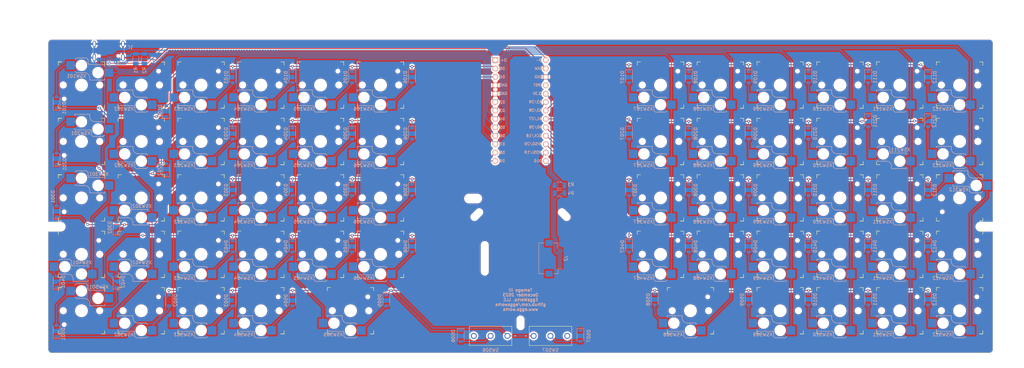
<source format=kicad_pcb>
(kicad_pcb (version 20221018) (generator pcbnew)
  (layers (0 "F.Cu" signal) (31 "B.Cu" signal) (34 "B.Paste" user) (35 "F.Paste" user) (36 "B.SilkS" user "B.Silkscreen") (37 "F.SilkS" user "F.Silkscreen") (38 "B.Mask" user) (39 "F.Mask" user) (44 "Edge.Cuts" user))
  (net 0 "")
  (net 1 "Row8")
  (net 2 "Col1")
  (net 3 "Row1")
  (net 4 "Row6")
  (net 5 "Col2")
  (net 6 "Col3")
  (net 7 "Col4")
  (net 8 "Col5")
  (net 9 "Col6")
  (net 10 "Row10")
  (net 11 "Row2")
  (net 12 "Row7")
  (net 13 "Row3")
  (net 14 "Row9")
  (net 15 "Row4")
  (net 16 "Row5")
  (net 17 "GND")
  (net 18 "Net-(D101-A)")
  (net 19 "Net-(D102-A)")
  (net 20 "Net-(D103-A)")
  (net 21 "VBUS")
  (net 22 "Net-(D104-A)")
  (net 23 "Net-(D105-A)")
  (net 24 "Net-(D106-A)")
  (net 25 "Net-(D107-A)")
  (net 26 "D+")
  (net 27 "D-")
  (net 28 "Net-(D108-A)")
  (net 29 "SCL")
  (net 30 "+3V3")
  (net 31 "SDA")
  (net 32 "Net-(D109-A)")
  (net 33 "Net-(D110-A)")
  (net 34 "Net-(D111-A)")
  (net 35 "Net-(D112-A)")
  (net 36 "Net-(D201-A)")
  (net 37 "Net-(D202-A)")
  (net 38 "Net-(D203-A)")
  (net 39 "Net-(D204-A)")
  (net 40 "Net-(D205-A)")
  (net 41 "Net-(D206-A)")
  (net 42 "Net-(D207-A)")
  (net 43 "Net-(D208-A)")
  (net 44 "Net-(D209-A)")
  (net 45 "Net-(D210-A)")
  (net 46 "Net-(D211-A)")
  (net 47 "Net-(D212-A)")
  (net 48 "Net-(D301-A)")
  (net 49 "Net-(D302-A)")
  (net 50 "Net-(D303-A)")
  (net 51 "Net-(D304-A)")
  (net 52 "Net-(D305-A)")
  (net 53 "Net-(D306-A)")
  (net 54 "Net-(D307-A)")
  (net 55 "Net-(D308-A)")
  (net 56 "Net-(D309-A)")
  (net 57 "Net-(D310-A)")
  (net 58 "Net-(D311-A)")
  (net 59 "Net-(D312-A)")
  (net 60 "Net-(D401-A)")
  (net 61 "Net-(D402-A)")
  (net 62 "Net-(D403-A)")
  (net 63 "Net-(D404-A)")
  (net 64 "Net-(D405-A)")
  (net 65 "Net-(D406-A)")
  (net 66 "Net-(D407-A)")
  (net 67 "Net-(D408-A)")
  (net 68 "Net-(D409-A)")
  (net 69 "Net-(D410-A)")
  (net 70 "Net-(D411-A)")
  (net 71 "Net-(D412-A)")
  (net 72 "Net-(D501-A)")
  (net 73 "Net-(D502-A)")
  (net 74 "Net-(D503-A)")
  (net 75 "Net-(D504-A)")
  (net 76 "Net-(D505-A)")
  (net 77 "Net-(D508-A)")
  (net 78 "Net-(D509-A)")
  (net 79 "Net-(D510-A)")
  (net 80 "Net-(D511-A)")
  (net 81 "Net-(D512-A)")
  (net 82 "Net-(J1-CC1)")
  (net 84 "Net-(J1-CC2)")
  (net 95 "Net-(D506-A)")
  (net 96 "Net-(D507-A)")
  (footprint "tamago60:Kailh_socket_PG1350" (layer "F.Cu") (at 80.5 71.1)
    (fp_text reference "XSW201")
    (fp_text value "Kailh choc socket")
  )
  (footprint "tamago60:Kailh_socket_PG1350" (layer "F.Cu") (at 93.55 97.85 180)
    (fp_text reference "XSW302")
    (fp_text value "Kailh choc socket")
  )
  (footprint "tamago60:Kailh_socket_PG1350_position" (layer "F.Cu") (at 96.05 93)
    (fp_text reference "SW302" hide)
    (fp_text value "Kailh MX socket")
  )
  (footprint "tamago60:cirque_mounting_35mm" (layer "F.Cu") (at 210.5 111.26 180)
    (fp_text reference "A1" hide)
    (fp_text value "cirque_mounting_35mm")
  )
  (footprint "tamago60:Kailh_socket_PG1350_position" (layer "F.Cu") (at 343.000007 127.1)
    (fp_text reference "SW512" hide)
    (fp_text value "Kailh MX socket")
  )
  (footprint "tamago60:Kailh_socket_PG1350_position" (layer "F.Cu") (at 324.950007 75.95)
    (fp_text reference "SW211" hide)
    (fp_text value "Kailh MX socket")
  )
  (footprint "kb2040:kb2040" (layer "F.Cu") (at 210.5 65.33125)
    (fp_text reference "U1" hide)
    (fp_text value "kb2040" hide)
  )
  (footprint "tamago60:Kailh_socket_PG1350" (layer "F.Cu") (at 156.700007 131.95)
    (fp_text reference "XSW505")
    (fp_text value "Kailh choc socket")
  )
  (footprint "tamago60:Kailh_socket_PG1350_position" (layer "F.Cu") (at 270.800007 75.95)
    (fp_text reference "SW208" hide)
    (fp_text value "Kailh MX socket")
  )
  (footprint "tamago60:Kailh_socket_PG1350" (layer "F.Cu") (at 345.500007 88.15)
    (fp_text reference "XSW312")
    (fp_text value "Kailh choc socket")
  )
  (footprint "tamago60:Kailh_socket_PG1350" (layer "F.Cu") (at 268.300007 114.9)
    (fp_text reference "XSW408")
    (fp_text value "Kailh choc socket")
  )
  (footprint "tamago60:Kailh_socket_PG1350_position" (layer "F.Cu") (at 306.900007 93)
    (fp_text reference "SW310" hide)
    (fp_text value "Kailh MX socket")
  )
  (footprint "tamago60:Kailh_socket_PG1350" (layer "F.Cu") (at 80.5 54.05 180)
    (fp_text reference "XSW101")
    (fp_text value "Kailh choc socket")
  )
  (footprint "tamago60:Kailh_socket_PG1350" (layer "F.Cu") (at 129.65 131.95)
    (fp_text reference "XSW504")
    (fp_text value "Kailh choc socket")
  )
  (footprint "tamago60:Kailh_socket_PG1350_position" (layer "F.Cu") (at 252.750007 75.95)
    (fp_text reference "SW207" hide)
    (fp_text value "Kailh MX socket")
  )
  (footprint "tamago60:SW_D2F-FL" (layer "F.Cu") (at 201.475 134.70375 180)
    (fp_text reference "SW506")
    (fp_text value "~" hide)
  )
  (footprint "tamago60:Kailh_socket_PG1350" (layer "F.Cu") (at 286.350007 63.75)
    (fp_text reference "XSW109")
    (fp_text value "Kailh choc socket")
  )
  (footprint "tamago60:Kailh_socket_PG1350" (layer "F.Cu") (at 268.300007 97.85)
    (fp_text reference "XSW308")
    (fp_text value "Kailh choc socket")
  )
  (footprint "tamago60:Kailh_socket_PG1350" (layer "F.Cu") (at 259.275014 131.95)
    (fp_text reference "XSW508")
    (fp_text value "Kailh choc socket")
  )
  (footprint "tamago60:Kailh_socket_PG1350_position" (layer "F.Cu") (at 252.750007 93)
    (fp_text reference "SW307" hide)
    (fp_text value "Kailh MX socket")
  )
  (footprint "tamago60:Kailh_socket_PG1350" (layer "F.Cu") (at 147.65 97.85)
    (fp_text reference "XSW305")
    (fp_text value "Kailh choc socket")
  )
  (footprint "tamago60:Kailh_socket_PG1350" (layer "F.Cu") (at 250.250007 97.85)
    (fp_text reference "XSW307")
    (fp_text value "Kailh choc socket")
  )
  (footprint "tamago60:Kailh_socket_PG1350_position" (layer "F.Cu") (at 252.750007 110.05)
    (fp_text reference "SW407" hide)
    (fp_text value "Kailh MX socket")
  )
  (footprint "tamago60:Kailh_socket_PG1350_position" (layer "F.Cu") (at 168.25 75.95)
    (fp_text reference "SW206" hide)
    (fp_text value "Kailh MX socket")
  )
  (footprint "tamago60:Kailh_socket_PG1350" (layer "F.Cu") (at 250.250007 80.8)
    (fp_text reference "XSW207")
    (fp_text value "Kailh choc socket")
  )
  (footprint "tamago60:Kailh_socket_PG1350" (layer "F.Cu") (at 322.450007 80.8 180)
    (fp_text reference "XSW211")
    (fp_text value "Kailh choc socket")
  )
  (footprint "tamago60:Kailh_socket_PG1350_position" (layer "F.Cu") (at 114.1 127.1)
    (fp_text reference "SW503" hide)
    (fp_text value "Kailh MX socket")
  )
  (footprint "tamago60:Kailh_socket_PG1350" (layer "F.Cu") (at 304.400007 63.75)
    (fp_text reference "XSW110")
    (fp_text value "Kailh choc socket")
  )
  (footprint "tamago60:Kailh_socket_PG1350_position" (layer "F.Cu") (at 114.1 58.9)
    (fp_text reference "SW103" hide)
    (fp_text value "Kailh MX socket")
  )
  (footprint "tamago60:tamago60logo" (layer "F.Cu") (at 210.506619 58.905664)
    (fp_text reference "#LOGO1" hide)
    (fp_text value "LOGO" hide)
  )
  (footprint "tamago60:Kailh_socket_PG1350" (layer "F.Cu") (at 304.400007 114.9)
    (fp_text reference "XSW410")
    (fp_text value "Kailh choc socket")
  )
  (footprint "tamago60:Kailh_socket_PG1350_position" (layer "F.Cu") (at 150.15 93)
    (fp_text reference "SW305" hide)
    (fp_text value "Kailh MX socket")
  )
  (footprint "tamago60:Kailh_socket_PG1350_position" (layer "F.Cu") (at 168.25 110.05)
    (fp_text reference "SW406" hide)
    (fp_text value "Kailh MX socket")
  )
  (footprint "tamago60:Kailh_socket_PG1350_position" (layer "F.Cu") (at 96.05 127.1)
    (fp_text reference "SW502" hide)
    (fp_text value "Kailh MX socket")
  )
  (footprint "tamago60:Kailh_socket_PG1350_position" (layer "F.Cu") (at 78 110.05)
    (fp_text reference "SW401" hide)
    (fp_text value "Kailh MX socket")
  )
  (footprint "tamago60:Kailh_socket_PG1350_position" (layer "F.Cu") (at 150.15 75.95)
    (fp_text reference "SW205" hide)
    (fp_text value "Kailh MX socket")
  )
  (footprint "tamago60:Kailh_socket_PG1350" (layer "F.Cu") (at 80.5 88.15 180)
    (fp_text reference "XSW301")
    (fp_text value "Kailh choc socket")
  )
  (footprint "tamago60:Kailh_socket_PG1350_position" (layer "F.Cu") (at 288.850007 75.95)
    (fp_text reference "SW209" hide)
    (fp_text value "Kailh MX socket")
  )
  (footprint "tamago60:Kailh_socket_PG1350" (layer "F.Cu") (at 75.5 114.9 180)
    (fp_text reference "XSW401")
    (fp_text value "Kailh choc socket")
  )
  (footprint "tamago60:oval_mounting_hole" (layer "F.Cu") (at 63.7 101.7)
    (fp_text reference "MH1" hide)
    (fp_text value "MountingHole")
  )
  (footprint "tamago60:Kailh_socket_PG1350" (layer "F.Cu") (at 304.400007 80.8)
    (fp_text reference "XSW210")
    (fp_text value "Kailh choc socket")
  )
  (footprint "tamago60:SW_D2F-FL" (layer "F.Cu") (at 219.525 134.70375)
    (fp_text reference "SW507")
    (fp_text value "~")
  )
  (footprint "tamago60:Kailh_socket_PG1350" (layer "F.Cu") (at 111.6 114.9)
    (fp_text reference "XSW403")
    (fp_text value "Kailh choc socket")
  )
  (footprint "tamago60:oval_mounting_hole" (layer "F.Cu") (at 357.3 101.7)
    (fp_text reference "MH3" hide)
    (fp_text value "MountingHole")
  )
  (footprint "tamago60:Kailh_socket_PG1350" (layer "F.Cu") (at 93.55 114.9 180)
    (fp_text reference "XSW402")
    (fp_text value "Kailh choc socket")
  )
  (footprint "tamago60:Kailh_socket_PG1350_position" (layer "F.Cu") (at 96.05 75.95)
    (fp_text reference "SW202" hide)
    (fp_text value "Kailh MX socket")
  )
  (footprint "tamago60:Kailh_socket_PG1350" (layer "F.Cu") (at 111.6 97.85)
    (fp_text reference "XSW303")
    (fp_text value "Kailh choc socket")
  )
  (footprint "tamago60:Kailh_socket_PG1350" (layer "F.Cu") (at 147.65 80.8)
    (fp_text reference "XSW205")
    (fp_text value "Kailh choc socket")
  )
  (footprint "tamago60:Kailh_socket_PG1350" (layer "F.Cu") (at 129.65 97.85)
    (fp_text reference "XSW304")
    (fp_text value "Kailh choc socket")
  )
  (footprint "tamago60:Kailh_socket_PG1350" (layer "F.Cu") (at 93.55 131.95)
    (fp_text reference "XSW502")
    (fp_text value "Kailh choc socket")
  )
  (footprint "tamago60:Kailh_socket_PG1350_position" (layer "F.Cu") (at 252.750007 58.9)
    (fp_text reference "SW107" hide)
    (fp_text value "Kailh MX socket")
  )
  (footprint "tamago60:Kailh_socket_PG1350_position" (layer "F.Cu") (at 306.900007 127.1)
    (fp_text reference "SW510" hide)
    (fp_text value "Kailh MX socket")
  )
  (footprint "tamago60:Kailh_socket_PG1350" (layer "F.Cu") (at 286.350007 131.95)
    (fp_text reference "XSW509")
    (fp_text value "Kailh choc socket")
  )
  (footprint "tamago60:Kailh_socket_PG1350_position" (layer "F.Cu") (at 343.000007 75.95)
    (fp_text reference "SW212" hide)
    (fp_text value "Kailh MX socket")
  )
  (footprint "tamago60:Kailh_socket_PG1350_position" (layer "F.Cu") (at 324.950007 58.9)
    (fp_text reference "SW111" hide)
    (fp_text value "Kailh MX socket")
  )
  (footprint "tamago60:Kailh_socket_PG1350_position" (layer "F.Cu") (at 306.900007 75.95)
    (fp_text reference "SW210" hide)
    (fp_text value "Kailh MX socket")
  )
  (footprint "tamago60:Kailh_socket_PG1350_position" (layer "F.Cu") (at 324.950007 127.1)
    (fp_text reference "SW511" hide)
    (fp_text value "Kailh MX socket")
  )
  (footprint "tamago60:Kailh_socket_PG1350" (layer "F.Cu") (at 147.65 63.75)
    (fp_text reference "XSW105")
    (fp_text value "Kailh choc socket")
  )
  (footprint "tamago60:Kailh_socket_PG1350" (layer "F.Cu") (at 340.500007 114.9)
    (fp_text reference "XSW412")
    (fp_text value "Kailh choc socket")
  )
  (footprint "tamago60:Kailh_socket_PG1350_position" (layer "F.Cu") (at 150.15 58.9)
    (fp_text reference "SW105" hide)
    (fp_text value "Kailh MX socket")
  )
  (footprint "tamago60:Kailh_socket_PG1350" (layer "F.Cu") (at 322.450007 114.9)
    (fp_text reference "XSW411")
    (fp_text value "Kailh choc socket")
  )
  (footprint "tamago60:Kailh_socket_PG1350_position" (layer "F.Cu") (at 343.000007 58.9)
    (fp_text reference "SW112" hide)
    (fp_text value "Kailh MX socket")
  )
  (footprint "tamago60:Kailh_socket_PG1350" (layer "F.Cu") (at 268.300007 80.8)
    (fp_text reference "XSW208")
    (fp_text value "Kailh choc socket")
  )
  (footprint "tamago60:Kailh_socket_PG1350_position" (layer "F.Cu") (at 78 127.1 180)
    (fp_text reference "SW501" hide)
    (fp_text value "Kailh MX socket")
  )
  (footprint "tamago60:Kailh_socket_PG1350" (layer "F.Cu") (at 129.65 114.9)
    (fp_text reference "XSW404")
    (fp_text value "Kailh choc socket")
  )
  (footprint "tamago60:Kailh_socket_PG1350" (layer "F.Cu") (at 322.450007 97.85)
    (fp_text reference "XSW311")
    (fp_text value "Kailh choc socket")
  )
  (footprint "tamago60:Kailh_socket_PG1350" (layer "F.Cu") (at 165.75 114.9)
    (fp_text reference "XSW406")
    (fp_text value "Kailh choc socket")
  )
  (footprint "tamago60:Kailh_socket_PG1350" (layer "F.Cu") (at 165.75 63.75)
    (fp_text reference "XSW106")
    (fp_text value "Kailh choc socket")
  )
  (footprint "tamago60:Kailh_socket_PG1350_position" (layer "F.Cu") (at 132.15 127.1)
    (fp_text reference "SW504" hide)
    (fp_text value "Kailh MX socket")
  )
  (footprint "tamago60:Kailh_socket_PG1350" (layer "F.Cu") (at 111.6 80.8)
    (fp_text reference "XSW203")
    (fp_text value "Kailh choc socket")
  )
  (footprint "tamago60:circle_mounting_hole_npth" (layer "F.Cu") (at 196.2 93.2)
    (fp_text reference "MH2" hide)
    (fp_text value "MountingHole")
  )
  (footprint "tamago60:Kailh_socket_PG1350_position" (layer "F.Cu") (at 306.900007 110.05)
    (fp_text reference "SW410" hide)
    (fp_text value "Kailh MX socket")
  )
  (footprint "tamago60:Kailh_socket_PG1350_position" (layer "F.Cu") (at 288.850007 93)
    (fp_text reference "SW309" hide)
    (fp_text value "Kailh MX socket")
  )
  (footprint "tamago60:Kailh_socket_PG1350" (layer "F.Cu") (at 340.500007 80.8)
    (fp_text reference "XSW212")
    (fp_text value "Kailh choc socket")
  )
  (footprint "tamago60:Kailh_socket_PG1350" (layer "F.Cu") (at 322.450007 63.75)
    (fp_text reference "XSW111")
    (fp_text value "Kailh choc socket")
  )
  (footprint "tamago60:Kailh_socket_PG1350" (layer "F.Cu") (at 286.350007 114.9)
    (fp_text reference "XSW409")
    (fp_text value "Kailh choc socket")
  )
  (footprint "tamago60:Kailh_socket_PG1350_position" (layer "F.Cu") (at 78 75.95 180)
    (fp_text reference "SW201" hide)
    (fp_text value "Kailh MX socket")
  )
  (footprint "tamago60:Kailh_socket_PG1350_position" (layer "F.Cu") (at 288.850007 127.1)
    (fp_text reference "SW509" hide)
    (fp_text value "Kailh MX socket")
  )
  (footprint "tamago60:Kailh_socket_PG1350_position" (layer "F.Cu") (at 132.15 75.95)
    (fp_text reference "SW204" hide)
    (fp_text value "Kailh MX socket")
  )
  (footprint "tamago60:Kailh_socket_PG1350_position" (layer "F.Cu") (at 96.05 110.05)
    (fp_text reference "SW402" hide)
    (fp_text value "Kailh MX socket")
  )
  (footprint "tamago60:Kailh_socket_PG1350" (layer "F.Cu") (at 165.75 80.8)
    (fp_text reference "XSW206")
    (fp_text value "Kailh choc socket")
  )
  (footprint "tamago60:Kailh_socket_PG1350_position" (layer "F.Cu") (at 168.25 58.9)
    (fp_text reference "SW106" hide)
    (fp_text value "Kailh MX socket")
  )
  (footprint "tamago60:Kailh_socket_PG1350" (layer "F.Cu") (at 268.300007 63.75)
    (fp_text reference "XSW108")
    (fp_text value "Kailh choc socket")
  )
  (footprint "tamago60:Kailh_socket_PG1350_position" (layer "F.Cu") (at 288.850007 58.9)
    (fp_text reference "SW109" hide)
    (fp_text value "Kailh MX socket")
  )
  (footprint "tamago60:Kailh_socket_PG1350_position" (layer "F.Cu") (at 168.25 93)
    (fp_text reference "SW306" hide)
    (fp_text value "Kailh MX socket")
  )
  (footprint "tamago60:Kailh_socket_PG1350_position" (layer "F.Cu") (at 159.200007 127.1)
    (fp_text reference "SW505" hide)
    (fp_text value "Kailh MX socket")
  )
  (footprint "tamago60:Kailh_socket_PG1350_position" (layer "F.Cu") (at 288.850007 110.05)
    (fp_text reference "SW409" hide)
    (fp_text value "Kailh MX socket")
  )
  (footprint "tamago60:Kailh_socket_PG1350" (layer "F.Cu") (at 250.250007 63.75)
    (fp_text reference "XSW107")
    (fp_text value "Kailh choc socket")
  )
  (footprint "tamago60:Kailh_socket_PG1350" (layer "F.Cu") (at 80.5 122.25 180)
    (fp_text reference "XSW501")
    (fp_text value "Kailh choc socket")
  )
  (footprint "tamago60:Kailh_socket_PG1350" (layer "F.Cu") (at 322.450007 131.95)
    (fp_text reference "XSW511")
    (fp_text value "Kailh choc socket")
  )
  (footprint "tamago60:Kailh_socket_PG1350_position" (layer "F.Cu") (at 324.950007 110.05)
    (fp_text reference "SW411" hide)
    (fp_text value "Kailh MX socket")
  )
  (footprint "tamago60:Kailh_socket_PG1350" (layer "F.Cu") (at 286.350007 97.85)
    (fp_text reference "XSW309")
    (fp_text value "Kailh choc socket")
  )
  (footprint "tamago60:Kailh_socket_PG1350_position" (layer "F.Cu") (at 114.1 75.95)
    (fp_text reference "SW203" hide)
    (fp_text value "Kailh MX socket")
  )
  (footprint "tamago60:Kailh_socket_PG1350_position" (layer "F.Cu") (at 270.800007 58.9)
    (fp_text reference "SW108" hide)
    (fp_text value "Kailh MX socket")
  )
  (footprint "tamago60:Kailh_socket_PG1350_position" (layer "F.Cu") (at 150.15 110.05)
    (fp_text reference "SW405" hide)
    (fp_text value "Kailh MX socket")
  )
  (footprint "tamago60:Kailh_socket_PG1350_position" (layer "F.Cu") (at 132.15 110.05)
    (fp_text reference "SW404" hide)
    (fp_text value "Kailh MX socket")
  )
  (footprint "tamago60:Kailh_socket_PG1350" (layer "F.Cu") (at 286.350007 80.8)
    (fp_text reference "XSW209")
    (fp_text value "Kailh choc socket")
  )
  (footprint "tamago60:Kailh_socket_PG1350_position" (layer "F.Cu") (at 270.800007 110.05)
    (fp_text reference "SW408" hide)
    (fp_text value "Kailh MX socket")
  )
  (footprint "tamago60:Kailh_socket_PG1350_position" (layer "F.Cu") (at 132.15 58.9)
    (fp_text reference "SW104" hide)
    (fp_text value "Kailh MX socket")
  )
  (footprint "tamago60:Kailh_socket_PG1350_position" (layer "F.Cu") (at 96.05 58.9)
    (fp_text reference "SW102" hide)
    (fp_text value "Kailh MX socket")
  )
  (footprint "tamago60:Kailh_socket_PG1350_position" (layer "F.Cu") (at 78 58.9 180)
    (fp_text reference "SW101" hide)
    (fp_text value "Kailh MX socket")
  )
  (footprint "tamago60:Kailh_socket_PG1350_position" (layer "F.Cu") (at 270.800007 93)
    (fp_text reference "SW308" hide)
    (fp_text value "Kailh MX socket")
  )
  (footprint "tamago60:Kailh_socket_PG1350" (layer "F.Cu") (at 93.55 80.8)
    (fp_text reference "XSW202")
    (fp_text value "Kailh choc socket")
  )
  (footprint "tamago60:Kailh_socket_PG1350" (layer "F.Cu") (at 111.6 63.75)
    (fp_text reference "XSW103")
    (fp_text value "Kailh choc socket")
  )
  (footprint "tamago60:Kailh_socket_PG1350" (layer "F.Cu") (at 93.55 63.75)
    (fp_text reference "XSW102")
    (fp_text value "Kailh choc socket")
  )
  (footprint "tamago60:Kailh_socket_PG1350_position" (layer "F.Cu") (at 343.000007 93 180)
    (fp_text reference "SW312" hide)
    (fp_text value "Kailh MX socket")
  )
  (footprint "tamago60:Kailh_socket_PG1350_position" (layer "F.Cu") (at 114.1 110.05)
    (fp_text reference "SW403" hide)
    (fp_text value "Kailh MX socket")
  )
  (footprint "tamago60:Kailh_socket_PG1350" (layer "F.Cu") (at 340.500007 131.95)
    (fp_text reference "XSW512")
    (fp_text value "Kailh choc socket")
  )
  (footprint "tamago60:Kailh_socket_PG1350_position" (layer "F.Cu") (at 78 93 180)
    (fp_text reference "SW301" hide)
    (fp_text value "Kailh MX socket")
  )
  (footprint "tamago60:Kailh_socket_PG1350_position" (layer "F.Cu") (at 306.900007 58.9)
    (fp_text reference "SW110" hide)
    (fp_text value "Kailh MX socket")
  )
  (footprint "tamago60:Kailh_socket_PG1350" (layer "F.Cu") (at 250.250007 114.9)
    (fp_text reference "XSW407")
    (fp_text value "Kailh choc socket")
  )
  (footprint "tamago60:Kailh_socket_PG1350_position" (layer "F.Cu") (at 343.000007 110.05)
    (fp_text reference "SW412" hide)
    (fp_text value "Kailh MX socket")
  )
  (footprint "tamago60:Kailh_socket_PG1350" (layer "F.Cu") (at 165.75 97.85)
    (fp_text reference "XSW306")
    (fp_text value "Kailh choc socket")
  )
  (footprint "tamago60:Kailh_socket_PG1350" (layer "F.Cu") (at 147.65 114.9)
    (fp_text reference "XSW405")
    (fp_text value "Kailh choc socket")
  )
  (footprint "tamago60:Kailh_socket_PG1350" (layer "F.Cu") (at 340.500007 63.75)
    (fp_text reference "XSW112")
    (fp_text value "Kailh choc socket")
  )
  (footprint "tamago60:Kailh_socket_PG1350" (layer "F.Cu") (at 304.400007 131.95)
    (fp_text reference "XSW510")
    (fp_text value "Kailh choc socket")
  )
  (footprint "tamago60:Kailh_socket_PG1350" (layer "F.Cu") (at 304.400007 97.85)
    (fp_text reference "XSW310")
    (fp_text value "Kailh choc socket")
  )
  (footprint "tamago60:Kailh_socket_PG1350_position" (layer "F.Cu") (at 261.775014 127.1)
    (fp_text reference "SW508" hide)
    (fp_text value "Kailh MX socket")
  )
  (footprint "tamago60:Kailh_socket_PG1350_position" (layer "F.Cu") (at 114.1 93)
    (fp_text reference "SW303" hide)
    (fp_text value "Kailh MX socket")
  )
  (footprint "tamago60:Kailh_socket_PG1350_position" (layer "F.Cu") (at 132.15 93)
    (fp_text reference "SW304" hide)
    (fp_text value "Kailh MX socket")
  )
  (footprint "tamago60:Kailh_socket_PG1350" (layer "F.Cu") (at 129.65 63.75)
    (fp_text reference "XSW104")
    (fp_text value "Kailh choc socket")
  )
  (footprint "tamago60:Kailh_socket_PG1350" (layer "F.Cu") (at 129.65 80.8)
    (fp_text reference "XSW204")
    (fp_text value "Kailh choc socket")
  )
  (footprint "tamago60:Kailh_socket_PG1350_position" (layer "F.Cu") (at 324.950007 93)
    (fp_text reference "SW311" hide)
    (fp_text value "Kailh MX socket")
  )
  (footprint "tamago60:Kailh_socket_PG1350" (layer "F.Cu") (at 111.6 131.95)
    (fp_text reference "XSW503")
    (fp_text value "Kailh choc socket")
  )
  (footprint "Diode_SMD:D_SOD-123" (layer "B.Cu") (at 243.225007 90.61875 -90)
    (fp_text reference "D307")
    (fp_text value "1N1418")
  )
  (footprint "Resistor_SMD:R_1206_3216Metric" (layer "B.Cu") (at 94.4 50.95 -90)
    (fp_text reference "R1")
    (fp_text value "5.1k")
  )
  (footprint "Diode_SMD:D_SOD-123" (layer "B.Cu") (at 333.475007 123.6875 -90)
    (fp_text reference "D512")
    (fp_text value "1N1418")
  )
  (footprint "Diode_SMD:D_SOD-123" (layer "B.Cu") (at 297.375007 107.66875 -90)
    (fp_text reference "D410")
    (fp_text value "1N1418")
  )
  (footprint "Diode_SMD:D_SOD-123" (layer "B.Cu") (at 315.425007 56.51875 -90)
    (fp_text reference "D111")
    (fp_text value "1N1418")
  )
  (footprint "Diode_SMD:D_SOD-123" (layer "B.Cu") (at 315.425007 90.61875 -90)
    (fp_text reference "D311")
    (fp_text value "1N1418")
  )
  (footprint "Diode_SMD:D_SOD-123" (layer "B.Cu") (at 177.725 56.51875 -90)
    (fp_text reference "D106")
    (fp_text value "1N1418")
  )
  (footprint "Diode_SMD:D_SOD-123" (layer "B.Cu") (at 103.55 66.8 90)
    (fp_text reference "D102")
    (fp_text value "1N1418")
  )
  (footprint "Diode_SMD:D_SOD-123" (layer "B.Cu") (at 297.375007 123.6875 -90)
    (fp_text reference "D510")
    (fp_text value "1N1418")
  )
  (footprint "Diode_SMD:D_SOD-123" (layer "B.Cu") (at 177.775007 107.66875 -90)
    (fp_text reference "D406")
    (fp_text value "1N1418")
  )
  (footprint "Diode_SMD:D_SOD-123" (layer "B.Cu") (at 297.375007 56.51875 -90)
    (fp_text reference "D110")
    (fp_text value "1N1418")
  )
  (footprint "Diode_SMD:D_SOD-123" (layer "B.Cu") (at 70.5 64.15 90)
    (fp_text reference "D101")
    (fp_text value "1N1418")
  )
  (footprint "Diode_SMD:D_SOD-123" (layer "B.Cu") (at 88.55 101.925 90)
    (fp_text reference "D302")
    (fp_text value "1N1418")
  )
  (footprint "Diode_SMD:D_SOD-123" (layer "B.Cu") (at 279.325007 90.61875 -90)
    (fp_text reference "D309")
    (fp_text value "1N1418")
  )
  (footprint "Diode_SMD:D_SOD-123" (layer "B.Cu") (at 123.625 107.66875 -90)
    (fp_text reference "D403")
    (fp_text value "1N1418")
  )
  (footprint "Diode_SMD:D_SOD-123" (layer "B.Cu") (at 279.325007 123.6875 -90)
    (fp_text reference "D509")
    (fp_text value "1N1418")
  )
  (footprint "Diode_SMD:D_SOD-123" (layer "B.Cu") (at 141.675 73.56875 -90)
    (fp_text reference "D204")
    (fp_text value "1N1418")
  )
  (footprint "Diode_SMD:D_SOD-123" (layer "B.Cu") (at 159.675 90.61875 -90)
    (fp_text reference "D305")
    (fp_text value "1N1418")
  )
  (footprint "Diode_SMD:D_SOD-123" (layer "B.Cu") (at 261.275007 107.66875 -90)
    (fp_text reference "D408")
    (fp_text value "1N1418")
  )
  (footprint "Resistor_SMD:R_1206_3216Metric" (layer "B.Cu") (at 222.3 91.6 180)
    (fp_text reference "R4")
    (fp_text value "5.1k")
  )
  (footprint "Diode_SMD:D_SOD-123" (layer "B.Cu") (at 70.5 81.15 90)
    (fp_text reference "D201")
    (fp_text value "1N1418")
  )
  (footprint "Diode_SMD:D_SOD-123" (layer "B.Cu") (at 177.775 90.61875 -90)
    (fp_text reference "D306")
    (fp_text value "1N1418")
  )
  (footprint "Diode_SMD:D_SOD-123" (layer "B.Cu") (at 243.225007 107.66875 -90)
    (fp_text reference "D407")
    (fp_text value "1N1418")
  )
  (footprint "Diode_SMD:D_SOD-123" (layer "B.Cu") (at 123.625 90.61875 -90)
    (fp_text reference "D303")
    (fp_text value "1N1418")
  )
  (footprint "Diode_SMD:D_SOD-123" (layer "B.Cu") (at 279.325007 107.66875 -90)
    (fp_text reference "D409")
    (fp_text value "1N1418")
  )
  (footprint "Diode_SMD:D_SOD-123" (layer "B.Cu") (at 315.425007 123.6875 -90)
    (fp_text reference "D511")
    (fp_text value "1N1418")
  )
  (footprint "Diode_SMD:D_SOD-123" (layer "B.Cu") (at 333.475007 107.66875 -90)
    (fp_text reference "D412")
    (fp_text value "1N1418")
  )
  (footprint "Diode_SMD:D_SOD-123" (layer "B.Cu") (at 104.375 123.9875 -90)
    (fp_text reference "D502")
    (fp_text value "1N1418")
  )
  (footprint "Diode_SMD:D_SOD-123" (layer "B.Cu") (at 192.45 134.75375 -90)
    (fp_text reference "D506")
    (fp_text value "1N1418")
  )
  (footprint "Diode_SMD:D_SOD-123" (layer "B.Cu") (at 297.375007 73.56875 -90)
    (fp_text reference "D210")
    (fp_text value "1N1418")
  )
  (footprint "Diode_SMD:D_SOD-123" (layer "B.Cu") (at 170 123.9875 -90)
    (fp_text reference "D505")
    (fp_text value "1N1418")
  )
  (footprint "Diode_SMD:D_SOD-123" (layer "B.Cu") (at 141.675 56.51875 -90)
    (fp_text reference "D104")
    (fp_text value "1N1418")
  )
  (footprint "Diode_SMD:D_SOD-123" (layer "B.Cu") (at 333.475007 69.80625 -90)
    (fp_text reference "D212")
    (fp_text value "1N1418")
  )
  (footprint "Diode_SMD:D_SOD-123" (layer "B.Cu") (at 177.775 73.56875 -90)
    (fp_text reference "D206")
    (fp_text value "1N1418")
  )
  (footprint "Diode_SMD:D_SOD-123" (layer "B.Cu") (at 123.625 56.51875 -90)
    (fp_text reference "D103")
    (fp_text value "1N1418")
  )
  (footprint "Resistor_SMD:R_1206_3216Metric" (layer "B.Cu") (at 222.3 89.2 180)
    (fp_text reference "R3")
    (fp_text value "5.1k")
  )
  (footprint "Diode_SMD:D_SOD-123" (layer "B.Cu") (at 70.5 118.3375 90)
    (fp_text reference "D401")
    (fp_text value "1N1418")
  )
  (footprint "Diode_SMD:D_SOD-123" (layer "B.Cu") (at 70.5 97.0875 90)
    (fp_text reference "D301")
    (fp_text value "1N1418")
  )
  (footprint "Connector_FFC-FPC:Hirose_FH12-12S-0.5SH_1x12-1MP_P0.50mm_Horizontal" (layer "B.Cu") (at 220.5 111.26 90)
    (fp_text reference "J2")
    (fp_text value "Cirque FFC")
  )
  (footprint "Diode_SMD:D_SOD-123" (layer "B.Cu") (at 123.625 123.9875 -90)
    (fp_text reference "D503")
    (fp_text value "1N1418")
  )
  (footprint "Diode_SMD:D_SOD-123" (layer "B.Cu") (at 261.275007 56.51875 -90)
    (fp_text reference "D108")
    (fp_text value "1N1418")
  )
  (footprint "Diode_SMD:D_SOD-123" (layer "B.Cu") (at 279.325007 56.51875 -90)
    (fp_text reference "D109")
    (fp_text value "1N1418")
  )
  (footprint "Diode_SMD:D_SOD-123" (layer "B.Cu") (at 297.375007 90.61875 -90)
    (fp_text reference "D310")
    (fp_text value "1N1418")
  )
  (footprint "Diode_SMD:D_SOD-123" (layer "B.Cu") (at 333.475007 56.51875 -90)
    (fp_text reference "D112")
    (fp_text value "1N1418")
  )
  (footprint "Diode_SMD:D_SOD-123" (layer "B.Cu") (at 141.675 107.66875 -90)
    (fp_text reference "D404")
    (fp_text value "1N1418")
  )
  (footprint "Diode_SMD:D_SOD-123" (layer "B.Cu") (at 261.275007 73.56875 -90)
    (fp_text reference "D208")
    (fp_text value "1N1418")
  )
  (footprint "Diode_SMD:D_SOD-123" (layer "B.Cu") (at 159.675 73.56875 -90)
    (fp_text reference "D205")
    (fp_text value "1N1418")
  )
  (footprint "Diode_SMD:D_SOD-123" (layer "B.Cu") (at 228.55 134.70375 -90)
    (fp_text reference "D507")
    (fp_text value "1N1418")
  )
  (footprint "Diode_SMD:D_SOD-123" (layer "B.Cu") (at 159.675 56.51875 -90)
    (fp_text reference "D105")
    (fp_text value "1N1418")
  )
  (footprint "Diode_SMD:D_SOD-123" (layer "B.Cu") (at 141.675 90.61875 -90)
    (fp_text reference "D304")
    (fp_text value "1N1418")
  )
  (footprint "Resistor_SMD:R_1206_3216Metric" (layer "B.Cu") (at 97 50.95 -90)
    (fp_text reference "R2")
    (fp_text value "5.1k")
  )
  (footprint "Connector_USB:USB_C_Receptacle_GCT_USB4105-xx-A_16P_TopMnt_Horizontal" (layer "B.Cu") (at 86.2 47.51)
    (fp_text reference "J1")
    (fp_text value "4105")
  )
  (footprint "Diode_SMD:D_SOD-123" (layer "B.Cu") (at 279.325007 73.56875 -90)
    (fp_text reference "D209")
    (fp_text value "1N1418")
  )
  (footprint "Diode_SMD:D_SOD-123" (layer "B.Cu") (at 315.425007 107.66875 -90)
    (fp_text reference "D411")
    (fp_text value "1N1418")
  )
  (footprint "Diode_SMD:D_SOD-123" (layer "B.Cu") (at 141.675 123.9875 -90)
    (fp_text reference "D504")
    (fp_text value "1N1418")
  )
  (footprint "Diode_SMD:D_SOD-123" (layer "B.Cu") (at 251 123.6875 -90)
    (fp_text reference "D508")
    (fp_text value "1N1418")
  )
  (footprint "Diode_SMD:D_SOD-123" (layer "B.Cu") (at 261.275007 90.61875 -90)
    (fp_text reference "D308")
    (fp_text value "1N1418")
  )
  (footprint "Diode_SMD:D_SOD-123" (layer "B.Cu") (at 88.55 118.3375 90)
    (fp_text reference "D402")
    (fp_text value "1N1418")
  )
  (footprint "Diode_SMD:D_SOD-123" (layer "B.Cu") (at 243.225007 56.51875 -90)
    (fp_text reference "D107")
    (fp_text value "1N1418")
  )
  (footprint "Diode_SMD:D_SOD-123" (layer "B.Cu") (at 159.675 107.66875 -90)
    (fp_text reference "D405")
    (fp_text value "1N1418")
  )
  (footprint "Diode_SMD:D_SOD-123" (layer "B.Cu") (at 123.625 73.56875 -90)
    (fp_text reference "D203")
    (fp_text value "1N1418")
  )
  (footprint "Diode_SMD:D_SOD-123" (layer "B.Cu") (at 243.225007 73.56875 -90)
    (fp_text reference "D207")
    (fp_text value "1N1418")
  )
  (footprint "Diode_SMD:D_SOD-123" (layer "B.Cu") (at 333.475007 90.61875 -90)
    (fp_text reference "D312")
    (fp_text value "1N1418")
  )
  (footprint "Diode_SMD:D_SOD-123" (layer "B.Cu") (at 70.5 133.2125 90)
    (fp_text reference "D501")
    (fp_text value "1N1418")
  )
  (footprint "Diode_SMD:D_SOD-123" (layer "B.Cu") (at 103.55 84.3375 90)
    (fp_text reference "D202")
    (fp_text value "1N1418")
  )
  (footprint "Diode_SMD:D_SOD-123" (layer "B.Cu") (at 315.425007 69.80625 -90)
    (fp_text reference "D211")
    (fp_text value "1N1418")
  )
  (gr_line (start 353 46.2) (end 353 138.8) (stroke (width 0.1)) (layer "Edge.Cuts"))
  (gr_line (start 69 45.2) (end 352 45.2) (stroke (width 0.1)) (layer "Edge.Cuts"))
  (gr_arc (start 69 139.8) (mid 68.292893 139.507107) (end 68 138.8) (stroke (width 0.1)) (layer "Edge.Cuts"))
  (gr_arc (start 353 138.8) (mid 352.707107 139.507107) (end 352 139.8) (stroke (width 0.1)) (layer "Edge.Cuts"))
  (gr_line (start 352 139.8) (end 69 139.8) (stroke (width 0.1)) (layer "Edge.Cuts"))
  (gr_arc (start 68 46.2) (mid 68.292893 45.492893) (end 69 45.2) (stroke (width 0.1)) (layer "Edge.Cuts"))
  (gr_line (start 68 138.8) (end 68 46.2) (stroke (width 0.1)) (layer "Edge.Cuts"))
  (gr_arc (start 352 45.2) (mid 352.707108 45.492892) (end 353 46.2) (stroke (width 0.1)) (layer "Edge.Cuts"))
  (gr_text "Tamago III\nDecember 2023\nEggsWorks, LLC\ngithub.com/eggsworks\nwww.eggs.works" (at 210.5 123.76) (layer "B.SilkS") (effects (font (size 0.9 0.9) (thickness 0.18)) (justify mirror)))
  (segment (start 274.075007 123.624993) (end 274.075007 117.625) (width 0.25) (layer "B.Cu") (net 0))
  (segment (start 266.3 131.4) (end 274.075007 123.624993) (width 0.25) (layer "B.Cu") (net 0))
  (segment (start 243.200007 87.35) (end 233.78875 87.35) (width 0.25) (layer "F.Cu") (net 1))
  (segment (start 315.400007 87.35) (end 297.400007 87.35) (width 0.25) (layer "F.Cu") (net 1))
  (segment (start 261.300007 87.35) (end 243.200007 87.35) (width 0.25) (layer "F.Cu") (net 1))
  (segment (start 233.78875 87.35) (end 218.12 71.68125) (width 0.25) (layer "F.Cu") (net 1))
  (segment (start 279.300007 87.35) (end 261.300007 87.35) (width 0.25) (layer "F.Cu") (net 1))
  (segment (start 297.400007 87.35) (end 279.300007 87.35) (width 0.25) (layer "F.Cu") (net 1))
  (segment (start 333.500007 87.35) (end 315.400007 87.35) (width 0.25) (layer "F.Cu") (net 1))
  (via (at 279.300007 87.35) (size 0.8) (drill 0.4) (layers "F.Cu" "B.Cu") (net 1))
  (via (at 261.300007 87.35) (size 0.8) (drill 0.4) (layers "F.Cu" "B.Cu") (net 1))
  (via (at 315.400007 87.35) (size 0.8) (drill 0.4) (layers "F.Cu" "B.Cu") (net 1))
  (via (at 297.400007 87.35) (size 0.8) (drill 0.4) (layers "F.Cu" "B.Cu") (net 1))
  (via (at 333.500007 87.35) (size 0.8) (drill 0.4) (layers "F.Cu" "B.Cu") (net 1))
  (via (at 243.200007 87.35) (size 0.8) (drill 0.4) (layers "F.Cu" "B.Cu") (net 1))
  (segment (start 315.425007 88.96875) (end 315.425007 87.375) (width 0.25) (layer "B.Cu") (net 1))
  (segment (start 243.225007 87.375) (end 243.200007 87.35) (width 0.25) (layer "B.Cu") (net 1))
  (segment (start 333.475007 88.96875) (end 333.475007 87.375) (width 0.25) (layer "B.Cu") (net 1))
  (segment (start 333.475007 87.375) (end 333.500007 87.35) (width 0.25) (layer "B.Cu") (net 1))
  (segment (start 279.325007 88.96875) (end 279.325007 87.375) (width 0.25) (layer "B.Cu") (net 1))
  (segment (start 297.375007 88.96875) (end 297.375007 87.375) (width 0.25) (layer "B.Cu") (net 1))
  (segment (start 243.225007 88.96875) (end 243.225007 87.375) (width 0.25) (layer "B.Cu") (net 1))
  (segment (start 261.275007 87.375) (end 261.300007 87.35) (width 0.25) (layer "B.Cu") (net 1))
  (segment (start 297.375007 87.375) (end 297.400007 87.35) (width 0.25) (layer "B.Cu") (net 1))
  (segment (start 315.425007 87.375) (end 315.400007 87.35) (width 0.25) (layer "B.Cu") (net 1))
  (segment (start 261.275007 88.96875) (end 261.275007 87.375) (width 0.25) (layer "B.Cu") (net 1))
  (segment (start 279.325007 87.375) (end 279.300007 87.35) (width 0.25) (layer "B.Cu") (net 1))
  (segment (start 346.275007 84.25) (end 351.275007 89.25) (width 0.25) (layer "B.Cu") (net 2))
  (segment (start 82.400007 121.25) (end 84.175 121.25) (width 0.25) (layer "B.Cu") (net 2))
  (segment (start 84.175 121.25) (end 86.275 123.35) (width 0.25) (layer "B.Cu") (net 2))
  (segment (start 86.275 55.15) (end 97.400007 55.15) (width 0.25) (layer "B.Cu") (net 2))
  (segment (start 346.275007 97.875) (end 346.275007 116) (width 0.25) (layer "B.Cu") (net 2))
  (segment (start 346.275007 51.425) (end 342.200007 47.35) (width 0.25) (layer "B.Cu") (net 2))
  (segment (start 86.275 55.15) (end 85.000007 56.424993) (width 0.25) (layer "B.Cu") (net 2))
  (segment (start 204.300007 62.641243) (end 202.88 64.06125) (width 0.25) (layer "B.Cu") (net 2))
  (segment (start 97.400007 55.15) (end 103.596508 48.953499) (width 0.25) (layer "B.Cu") (net 2))
  (segment (start 86.275 72.2) (end 85.7 72.775) (width 0.25) (layer "B.Cu") (net 2))
  (segment (start 342.200007 47.35) (end 207.200007 47.35) (width 0.25) (layer "B.Cu") (net 2))
  (segment (start 103.596508 48.953499) (end 199.871209 48.953499) (width 0.25) (layer "B.Cu") (net 2))
  (segment (start 85.000007 56.424993) (end 85.000007 70.925007) (width 0.25) (layer "B.Cu") (net 2))
  (segment (start 207.200007 47.35) (end 204.300007 50.25) (width 0.25) (layer "B.Cu") (net 2))
  (segment (start 85.7 72.775) (end 85.7 76.250007) (width 0.25) (layer "B.Cu") (net 2))
  (segment (start 204.300007 50.25) (end 204.300007 62.641243) (width 0.25) (layer "B.Cu") (net 2))
  (segment (start 351.275007 92.875) (end 346.275007 97.875) (width 0.25) (layer "B.Cu") (net 2))
  (segment (start 199.871209 48.953499) (end 201.500007 50.582297) (width 0.25) (layer "B.Cu") (net 2))
  (segment (start 346.275007 116) (end 346.275007 133.05) (width 0.25) (layer "B.Cu") (net 2))
  (segment (start 84.400007 77.55) (end 84.400007 87.375007) (width 0.25) (layer "B.Cu") (net 2))
  (segment (start 85.000007 70.925007) (end 86.275 72.2) (width 0.25) (layer "B.Cu") (net 2))
  (segment (start 201.500007 50.582297) (end 201.500007 62.681257) (width 0.25) (layer "B.Cu") (net 2))
  (segment (start 346.275007 64.85) (end 346.275007 81.9) (width 0.25) (layer "B.Cu") (net 2))
  (segment (start 86.275 94.025) (end 81.275 99.025) (width 0.25) (layer "B.Cu") (net 2))
  (segment (start 85.7 76.250007) (end 84.400007 77.55) (width 0.25) (layer "B.Cu") (net 2))
  (segment (start 346.275007 81.9) (end 346.275007 84.25) (width 0.25) (layer "B.Cu") (net 2))
  (segment (start 84.400007 87.375007) (end 86.275 89.25) (width 0.25) (layer "B.Cu") (net 2))
  (segment (start 346.275007 64.85) (end 346.275007 51.425) (width 0.25) (layer "B.Cu") (net 2))
  (segment (start 86.275 89.25) (end 86.275 94.025) (width 0.25) (layer "B.Cu") (net 2))
  (segment (start 81.275 116) (end 81.275 120.124993) (width 0.25) (layer "B.Cu") (net 2))
  (segment (start 81.275 99.025) (end 81.275 116) (width 0.25) (layer "B.Cu") (net 2))
  (segment (start 201.500007 62.681257) (end 202.88 64.06125) (width 0.25) (layer "B.Cu") (net 2))
  (segment (start 81.275 120.124993) (end 82.400007 121.25) (width 0.25) (layer "B.Cu") (net 2))
  (segment (start 351.275007 89.25) (end 351.275007 92.875) (width 0.25) (layer "B.Cu") (net 2))
  (segment (start 177.750007 53.3) (end 177.800007 53.25) (width 0.25) (layer "F.Cu") (net 3))
  (segment (start 108.600007 53.25) (end 104.900007 56.95) (width 0.25) (layer "F.Cu") (net 3))
  (segment (start 177.800007 53.25) (end 202.22875 53.25) (width 0.25) (layer "F.Cu") (net 3))
  (segment (start 159.700007 53.25) (end 141.700007 53.25) (width 0.25) (layer "F.Cu") (net 3))
  (segment (start 86.100007 68.45) (end 100.600007 68.45) (width 0.25) (layer "F.Cu") (net 3))
  (segment (start 177.750007 53.3) (end 177.700007 53.25) (width 0.25) (layer "F.Cu") (net 3))
  (segment (start 123.600007 53.25) (end 108.600007 53.25) (width 0.25) (layer "F.Cu") (net 3))
  (segment (start 141.700007 53.25) (end 123.600007 53.25) (width 0.25) (layer "F.Cu") (net 3))
  (segment (start 83.500007 65.85) (end 86.100007 68.45) (width 0.25) (layer "F.Cu") (net 3))
  (segment (start 104.900007 56.95) (end 104.900007 64.15) (width 0.25) (layer "F.Cu") (net 3))
  (segment (start 202.22875 53.25) (end 202.88 53.90125) (width 0.25) (layer "F.Cu") (net 3))
  (segment (start 177.700007 53.25) (end 159.700007 53.25) (width 0.25) (layer "F.Cu") (net 3))
  (segment (start 104.900007 64.15) (end 100.600007 68.45) (width 0.25) (layer "F.Cu") (net 3))
  (via (at 141.700007 53.25) (size 0.8) (drill 0.4) (layers "F.Cu" "B.Cu") (net 3))
  (via (at 159.700007 53.25) (size 0.8) (drill 0.4) (layers "F.Cu" "B.Cu") (net 3))
  (via (at 123.600007 53.25) (size 0.8) (drill 0.4) (layers "F.Cu" "B.Cu") (net 3))
  (via (at 177.750007 53.3) (size 0.8) (drill 0.4) (layers "F.Cu" "B.Cu") (net 3))
  (via (at 83.500007 65.85) (size 0.8) (drill 0.4) (layers "F.Cu" "B.Cu") (net 3))
  (via (at 100.600007 68.45) (size 0.8) (drill 0.4) (layers "F.Cu" "B.Cu") (net 3))
  (segment (start 123.625 53.274993) (end 123.600007 53.25) (width 0.25) (layer "B.Cu") (net 3))
  (segment (start 141.675 54.86875) (end 141.675 53.275007) (width 0.25) (layer "B.Cu") (net 3))
  (segment (start 177.725 53.325007) (end 177.725 54.86875) (width 0.25) (layer "B.Cu") (net 3))
  (segment (start 123.625 54.86875) (end 123.625 53.274993) (width 0.25) (layer "B.Cu") (net 3))
  (segment (start 83.450007 65.8) (end 83.500007 65.85) (width 0.25) (layer "B.Cu") (net 3))
  (segment (start 177.750007 53.3) (end 177.725 53.325007) (width 0.25) (layer "B.Cu") (net 3))
  (segment (start 159.675 54.86875) (end 159.675 53.275007) (width 0.25) (layer "B.Cu") (net 3))
  (segment (start 141.675 53.275007) (end 141.700007 53.25) (width 0.25) (layer "B.Cu") (net 3))
  (segment (start 70.5 65.8) (end 83.450007 65.8) (width 0.25) (layer "B.Cu") (net 3))
  (segment (start 159.675 53.275007) (end 159.700007 53.25) (width 0.25) (layer "B.Cu") (net 3))
  (segment (start 100.600007 68.45) (end 103.55 68.45) (width 0.25) (layer "B.Cu") (net 3))
  (segment (start 279.300007 52.75) (end 261.300007 52.75) (width 0.25) (layer "F.Cu") (net 4))
  (segment (start 243.200007 52.75) (end 231.97125 52.75) (width 0.25) (layer "F.Cu") (net 4))
  (segment (start 231.97125 52.75) (end 218.12 66.60125) (width 0.25) (layer "F.Cu") (net 4))
  (segment (start 331.300007 52.75) (end 315.400007 52.75) (width 0.25) (layer "F.Cu") (net 4))
  (segment (start 261.300007 52.75) (end 243.200007 52.75) (width 0.25) (layer "F.Cu") (net 4))
  (segment (start 297.400007 52.75) (end 279.300007 52.75) (width 0.25) (layer "F.Cu") (net 4))
  (segment (start 315.400007 52.75) (end 297.400007 52.75) (width 0.25) (layer "F.Cu") (net 4))
  (via (at 261.300007 52.75) (size 0.8) (drill 0.4) (layers "F.Cu" "B.Cu") (net 4))
  (via (at 331.300007 52.75) (size 0.8) (drill 0.4) (layers "F.Cu" "B.Cu") (net 4))
  (via (at 243.200007 52.75) (size 0.8) (drill 0.4) (layers "F.Cu" "B.Cu") (net 4))
  (via (at 315.400007 52.75) (size 0.8) (drill 0.4) (layers "F.Cu" "B.Cu") (net 4))
  (via (at 279.300007 52.75) (size 0.8) (drill 0.4) (layers "F.Cu" "B.Cu") (net 4))
  (via (at 297.400007 52.75) (size 0.8) (drill 0.4) (layers "F.Cu" "B.Cu") (net 4))
  (segment (start 243.225007 52.775) (end 243.200007 52.75) (width 0.25) (layer "B.Cu") (net 4))
  (segment (start 297.375007 54.86875) (end 297.375007 52.775) (width 0.25) (layer "B.Cu") (net 4))
  (segment (start 279.325007 52.775) (end 279.300007 52.75) (width 0.25) (layer "B.Cu") (net 4))
  (segment (start 331.356257 52.75) (end 331.300007 52.75) (width 0.25) (layer "B.Cu") (net 4))
  (segment (start 297.375007 52.775) (end 297.400007 52.75) (width 0.25) (layer "B.Cu") (net 4))
  (segment (start 261.275007 52.775) (end 261.300007 52.75) (width 0.25) (layer "B.Cu") (net 4))
  (segment (start 333.475007 54.86875) (end 331.356257 52.75) (width 0.25) (layer "B.Cu") (net 4))
  (segment (start 315.425007 52.775) (end 315.400007 52.75) (width 0.25) (layer "B.Cu") (net 4))
  (segment (start 261.275007 54.86875) (end 261.275007 52.775) (width 0.25) (layer "B.Cu") (net 4))
  (segment (start 243.225007 54.86875) (end 243.225007 52.775) (width 0.25) (layer "B.Cu") (net 4))
  (segment (start 315.425007 54.86875) (end 315.425007 52.775) (width 0.25) (layer "B.Cu") (net 4))
  (segment (start 279.325007 54.86875) (end 279.325007 52.775) (width 0.25) (layer "B.Cu") (net 4))
  (segment (start 87.775 62.65) (end 87.775 57.025007) (width 0.25) (layer "B.Cu") (net 5))
  (segment (start 204.750007 50.436396) (end 204.750007 64.731243) (width 0.25) (layer "B.Cu") (net 5))
  (segment (start 99.325 91.225) (end 99.325 98.95) (width 0.25) (layer "B.Cu") (net 5))
  (segment (start 87.775 79.7) (end 92.1 84.025) (width 0.25) (layer "B.Cu") (net 5))
  (segment (start 87.775 130.85) (end 87.775 127.675007) (width 0.25) (layer "B.Cu") (net 5))
  (segment (start 328.225007 64.85) (end 328.225007 51.425) (width 0.25) (layer "B.Cu") (net 5))
  (segment (start 204.750007 64.731243) (end 202.88 66.60125) (width 0.25) (layer "B.Cu") (net 5))
  (segment (start 199.684813 49.403499) (end 201.050007 50.768693) (width 0.25) (layer "B.Cu") (net 5))
  (segment (start 87.775 127.675007) (end 99.325 116.125007) (width 0.25) (layer "B.Cu") (net 5))
  (segment (start 324.600007 47.8) (end 207.386403 47.8) (width 0.25) (layer "B.Cu") (net 5))
  (segment (start 90.000007 64.875007) (end 87.775 62.65) (width 0.25) (layer "B.Cu") (net 5))
  (segment (start 201.050007 50.768693) (end 201.050007 64.771257) (width 0.25) (layer "B.Cu") (net 5))
  (segment (start 97.586403 55.6) (end 103.782904 49.403499) (width 0.25) (layer "B.Cu") (net 5))
  (segment (start 207.386403 47.8) (end 204.750007 50.436396) (width 0.25) (layer "B.Cu") (net 5))
  (segment (start 328.225007 64.85) (end 328.225007 133.05) (width 0.25) (layer "B.Cu") (net 5))
  (segment (start 89.200007 55.6) (end 97.586403 55.6) (width 0.25) (layer "B.Cu") (net 5))
  (segment (start 201.050007 64.771257) (end 202.88 66.60125) (width 0.25) (layer "B.Cu") (net 5))
  (segment (start 99.325 98.95) (end 99.325 116) (width 0.25) (layer "B.Cu") (net 5))
  (segment (start 99.325 116.125007) (end 99.325 116) (width 0.25) (layer "B.Cu") (net 5))
  (segment (start 90.000007 74.15) (end 90.000007 64.875007) (width 0.25) (layer "B.Cu") (net 5))
  (segment (start 88.800007 75.35) (end 90.000007 74.15) (width 0.25) (layer "B.Cu") (net 5))
  (segment (start 88.800007 78.674993) (end 88.800007 75.35) (width 0.25) (layer "B.Cu") (net 5))
  (segment (start 87.775 79.7) (end 88.800007 78.674993) (width 0.25) (layer "B.Cu") (net 5))
  (segment (start 92.125 84.025) (end 99.325 91.225) (width 0.25) (layer "B.Cu") (net 5))
  (segment (start 87.775 57.025007) (end 89.200007 55.6) (width 0.25) (layer "B.Cu") (net 5))
  (segment (start 328.225007 51.425) (end 324.600007 47.8) (width 0.25) (layer "B.Cu") (net 5))
  (segment (start 92.1 84.025) (end 92.125 84.025) (width 0.25) (layer "B.Cu") (net 5))
  (segment (start 103.782904 49.403499) (end 199.684813 49.403499) (width 0.25) (layer "B.Cu") (net 5))
  (segment (start 105.825 51.375007) (end 107.346508 49.853499) (width 0.25) (layer "B.Cu") (net 6))
  (segment (start 200.600007 50.955089) (end 200.600007 66.861257) (width 0.25) (layer "B.Cu") (net 6))
  (segment (start 310.175007 51.425) (end 310.175007 64.85) (width 0.25) (layer "B.Cu") (net 6))
  (segment (start 205.200007 66.821243) (end 205.200007 50.622792) (width 0.25) (layer "B.Cu") (net 6))
  (segment (start 207.572799 48.25) (end 307.000007 48.25) (width 0.25) (layer "B.Cu") (net 6))
  (segment (start 205.200007 50.622792) (end 207.572799 48.25) (width 0.25) (layer "B.Cu") (net 6))
  (segment (start 107.346508 49.853499) (end 199.498417 49.853499) (width 0.25) (layer "B.Cu") (net 6))
  (segment (start 310.175007 64.85) (end 310.175007 133.05) (width 0.25) (layer "B.Cu") (net 6))
  (segment (start 202.88 69.14125) (end 205.200007 66.821243) (width 0.25) (layer "B.Cu") (net 6))
  (segment (start 200.600007 66.861257) (end 202.88 69.14125) (width 0.25) (layer "B.Cu") (net 6))
  (segment (start 199.498417 49.853499) (end 200.600007 50.955089) (width 0.25) (layer "B.Cu") (net 6))
  (segment (start 105.825 62.65) (end 105.825 51.375007) (width 0.25) (layer "B.Cu") (net 6))
  (segment (start 105.825 130.85) (end 105.825 113.8) (width 0.25) (layer "B.Cu") (net 6))
  (segment (start 307.000007 48.25) (end 310.175007 51.425) (width 0.25) (layer "B.Cu") (net 6))
  (segment (start 105.825 62.65) (end 105.825 79.7) (width 0.25) (layer "B.Cu") (net 6))
  (segment (start 105.825 96.75) (end 105.825 113.8) (width 0.25) (layer "B.Cu") (net 6))
  (segment (start 105.825 79.7) (end 105.825 96.75) (width 0.25) (layer "B.Cu") (net 6))
  (segment (start 200.150007 68.951257) (end 202.88 71.68125) (width 0.25) (layer "B.Cu") (net 7))
  (segment (start 123.875 62.65) (end 123.875 60.956884) (width 0.25) (layer "B.Cu") (net 7))
  (segment (start 123.875 60.956884) (end 124.800007 60.031877) (width 0.25) (layer "B.Cu") (net 7))
  (segment (start 123.875 96.75) (end 124.55 97.425) (width 0.25) (layer "B.Cu") (net 7))
  (segment (start 125.996508 50.303499) (end 199.312021 50.303499) (width 0.25) (layer "B.Cu") (net 7))
  (segment (start 200.150007 51.141485) (end 200.150007 68.951257) (width 0.25) (layer "B.Cu") (net 7))
  (segment (start 292.125007 51.525) (end 292.125007 64.85) (width 0.25) (layer "B.Cu") (net 7))
  (segment (start 123.875 79.7) (end 125.4241 81.2491) (width 0.25) (layer "B.Cu") (net 7))
  (segment (start 125.4241 95.2009) (end 123.875 96.75) (width 0.25) (layer "B.Cu") (net 7))
  (segment (start 207.759195 48.7) (end 289.300007 48.7) (width 0.25) (layer "B.Cu") (net 7))
  (segment (start 202.88 71.68125) (end 205.650007 68.911243) (width 0.25) (layer "B.Cu") (net 7))
  (segment (start 124.55 113.125) (end 123.875 113.8) (width 0.25) (layer "B.Cu") (net 7))
  (segment (start 292.125007 64.85) (end 292.125007 133.05) (width 0.25) (layer "B.Cu") (net 7))
  (segment (start 125.275 78.3) (end 123.875 79.7) (width 0.25) (layer "B.Cu") (net 7))
  (segment (start 123.875 113.8) (end 124.850007 112.824993) (width 0.25) (layer "B.Cu") (net 7))
  (segment (start 289.300007 48.7) (end 292.125007 51.525) (width 0.25) (layer "B.Cu") (net 7))
  (segment (start 124.55 130.175) (end 123.875 130.85) (width 0.25) (layer "B.Cu") (net 7))
  (segment (start 124.55 114.475) (end 124.55 130.175) (width 0.25) (layer "B.Cu") (net 7))
  (segment (start 125.4241 81.2491) (end 125.4241 95.2009) (width 0.25) (layer "B.Cu") (net 7))
  (segment (start 124.55 97.425) (end 124.55 113.125) (width 0.25) (layer "B.Cu") (net 7))
  (segment (start 123.875 113.8) (end 124.55 114.475) (width 0.25) (layer "B.Cu") (net 7))
  (segment (start 124.850007 112.824993) (end 124.850007 109.524993) (width 0.25) (layer "B.Cu") (net 7))
  (segment (start 205.650007 50.809188) (end 207.759195 48.7) (width 0.25) (layer "B.Cu") (net 7))
  (segment (start 199.312021 50.303499) (end 200.150007 51.141485) (width 0.25) (layer "B.Cu") (net 7))
  (segment (start 205.650007 68.911243) (end 205.650007 50.809188) (width 0.25) (layer "B.Cu") (net 7))
  (segment (start 124.800007 51.5) (end 125.996508 50.303499) (width 0.25) (layer "B.Cu") (net 7))
  (segment (start 124.800007 60.031877) (end 124.800007 51.5) (width 0.25) (layer "B.Cu") (net 7))
  (segment (start 123.875 62.65) (end 125.275 64.05) (width 0.25) (layer "B.Cu") (net 7))
  (segment (start 125.275 64.05) (end 125.275 78.3) (width 0.25) (layer "B.Cu") (net 7))
  (segment (start 199.700007 71.041257) (end 202.88 74.22125) (width 0.25) (layer "B.Cu") (net 8))
  (segment (start 150.925007 130.85) (end 150.925007 125.974993) (width 0.25) (layer "B.Cu") (net 8))
  (segment (start 143.000007 51.35) (end 143.000007 61.524993) (width 0.25) (layer "B.Cu") (net 8))
  (segment (start 206.100007 50.995584) (end 206.100007 71.001243) (width 0.25) (layer "B.Cu") (net 8))
  (segment (start 143.275 78.3) (end 141.875 79.7) (width 0.25) (layer "B.Cu") (net 8))
  (segment (start 143.596508 50.753499) (end 199.125625 50.753499) (width 0.25) (layer "B.Cu") (net 8))
  (segment (start 143.000007 61.524993) (end 141.875 62.65) (width 0.25) (layer "B.Cu") (net 8))
  (segment (start 272.000007 49.15) (end 207.945591 49.15) (width 0.25) (layer "B.Cu") (net 8))
  (segment (start 141.875 116.924986) (end 141.875 113.8) (width 0.25) (layer "B.Cu") (net 8))
  (segment (start 207.945591 49.15) (end 206.100007 50.995584) (width 0.25) (layer "B.Cu") (net 8))
  (segment (start 142.6 113.075) (end 141.875 113.8) (width 0.25) (layer "B.Cu") (net 8))
  (segment (start 206.100007 71.001243) (end 202.88 74.22125) (width 0.25) (layer "B.Cu") (net 8))
  (segment (start 141.875 62.65) (end 143.275 64.05) (width 0.25) (layer "B.Cu") (net 8))
  (segment (start 142.6 97.475) (end 142.6 113.075) (width 0.25) (layer "B.Cu") (net 8))
  (segment (start 199.700007 51.327881) (end 199.700007 71.041257) (width 0.25) (layer "B.Cu") (net 8))
  (segment (start 143.000007 51.35) (end 143.596508 50.753499) (width 0.25) (layer "B.Cu") (net 8))
  (segment (start 150.925007 125.974993) (end 141.875 116.924986) (width 0.25) (layer "B.Cu") (net 8))
  (segment (start 199.125625 50.753499) (end 199.700007 51.327881) (width 0.25) (layer "B.Cu") (net 8))
  (segment (start 141.875 96.75) (end 142.6 97.475) (width 0.25) (layer "B.Cu") (net 8))
  (segment (start 274.075007 64.85) (end 274.075007 51.225) (width 0.25) (layer "B.Cu") (net 8))
  (segment (start 143.275 64.05) (end 143.275 78.3) (width 0.25) (layer "B.Cu") (net 8))
  (segment (start 274.075007 51.225) (end 272.000007 49.15) (width 0.25) (layer "B.Cu") (net 8))
  (segment (start 141.875 96.75) (end 142.6 96.025) (width 0.25) (layer "B.Cu") (net 8))
  (segment (start 274.075007 116) (end 274.075007 64.85) (width 0.25) (layer "B.Cu") (net 8))
  (segment (start 142.6 96.025) (end 142.6 80.425) (width 0.25) (layer "B.Cu") (net 8))
  (segment (start 142.6 80.425) (end 141.875 79.7) (width 0.25) (layer "B.Cu") (net 8))
  (segment (start 170.100007 118.35) (end 184.078757 132.32875) (width 0.25) (layer "B.Cu") (net 9))
  (segment (start 206.555 134.70375) (end 214.445 134.70375) (width 0.25) (layer "B.Cu") (net 9))
  (segment (start 159.975 113.8) (end 164.525 118.35) (width 0.25) (layer "B.Cu") (net 9))
  (segment (start 161.1 61.525) (end 161.1 51.9) (width 0.25) (layer "B.Cu") (net 9))
  (segment (start 202.88 76.76125) (end 206.550007 73.091243) (width 0.25) (layer "B.Cu") (net 9))
  (segment (start 198.939229 51.203499) (end 199.250007 51.514277) (width 0.25) (layer "B.Cu") (net 9))
  (segment (start 208.131987 49.6) (end 254.350007 49.6) (width 0.25) (layer "B.Cu") (net 9))
  (segment (start 164.525 118.35) (end 170.100007 118.35) (width 0.25) (layer "B.Cu") (net 9))
  (segment (start 254.350007 49.6) (end 256.025007 51.275) (width 0.25) (layer "B.Cu") (net 9))
  (segment (start 159.975 96.75) (end 161.375 98.15) (width 0.25) (layer "B.Cu") (net 9))
  (segment (start 161.375 98.15) (end 161.375 112.4) (width 0.25) (layer "B.Cu") (net 9))
  (segment (start 161.375 64.05) (end 161.375 78.3) (width 0.25) (layer "B.Cu") (net 9))
  (segment (start 159.975 79.7) (end 161.5241 81.2491) (width 0.25) (layer "B.Cu") (net 9))
  (segment (start 256.025007 51.275) (end 256.025007 64.85) (width 0.25) (layer "B.Cu") (net 9))
  (segment (start 161.375 112.4) (end 159.975 113.8) (width 0.25) (layer "B.Cu") (net 9))
  (segment (start 199.250007 51.514277) (end 199.250007 73.131257) (width 0.25) (layer "B.Cu") (net 9))
  (segment (start 161.796501 51.203499) (end 198.939229 51.203499) (width 0.25) (layer "B.Cu") (net 9))
  (segment (start 161.1 51.9) (end 161.796501 51.203499) (width 0.25) (layer "B.Cu") (net 9))
  (segment (start 204.18 132.32875) (end 206.555 134.70375) (width 0.25) (layer "B.Cu") (net 9))
  (segment (start 184.078757 132.32875) (end 204.18 132.32875) (width 0.25) (layer "B.Cu") (net 9))
  (segment (start 159.975 62.65) (end 161.1 61.525) (width 0.25) (layer "B.Cu") (net 9))
  (segment (start 161.375 78.3) (end 159.975 79.7) (width 0.25) (layer "B.Cu") (net 9))
  (segment (start 161.5241 95.2009) (end 159.975 96.75) (width 0.25) (layer "B.Cu") (net 9))
  (segment (start 206.550007 73.091243) (end 206.550007 51.18198) (width 0.25) (layer "B.Cu") (net 9))
  (segment (start 206.550007 51.18198) (end 208.131987 49.6) (width 0.25) (layer "B.Cu") (net 9))
  (segment (start 159.975 62.65) (end 161.375 64.05) (width 0.25) (layer "B.Cu") (net 9))
  (segment (start 161.5241 81.2491) (end 161.5241 95.2009) (width 0.25) (layer "B.Cu") (net 9))
  (segment (start 199.250007 73.131257) (end 202.88 76.76125) (width 0.25) (layer "B.Cu") (net 9))
  (segment (start 256.025007 64.85) (end 256.025007 116) (width 0.25) (layer "B.Cu") (net 9))
  (segment (start 333.500007 120.95) (end 315.400007 120.95) (width 0.25) (layer "F.Cu") (net 10))
  (segment (start 315.400007 120.95) (end 297.400007 120.95) (width 0.25) (layer "F.Cu") (net 10))
  (segment (start 251.000007 120.95) (end 247.100007 120.95) (width 0.25) (layer "F.Cu") (net 10))
  (segment (start 297.400007 120.95) (end 279.300007 120.95) (width 0.25) (layer "F.Cu") (net 10))
  (segment (start 241.100007 114.95) (end 241.100007 99.75) (width 0.25) (layer "F.Cu") (net 10))
  (segment (start 241.100007 99.75) (end 241.000007 99.65) (width 0.25) (layer "F.Cu") (net 10))
  (segment (start 241.000007 99.641257) (end 218.12 76.76125) (width 0.25) (layer "F.Cu") (net 10))
  (segment (start 279.300007 120.95) (end 251.000007 120.95) (width 0.25) (layer "F.Cu") (net 10))
  (segment (start 241.000007 99.65) (end 241.000007 99.641257) (width 0.25) (layer "F.Cu") (net 10))
  (segment (start 247.100007 120.95) (end 241.100007 114.95) (width 0.25) (layer "F.Cu") (net 10))
  (via (at 315.400007 120.95) (size 0.8) (drill 0.4) (layers "F.Cu" "B.Cu") (net 10))
  (via (at 251.000007 120.95) (size 0.8) (drill 0.4) (layers "F.Cu" "B.Cu") (net 10))
  (via (at 279.300007 120.95) (size 0.8) (drill 0.4) (layers "F.Cu" "B.Cu") (net 10))
  (via (at 297.400007 120.95) (size 0.8) (drill 0.4) (layers "F.Cu" "B.Cu") (net 10))
  (via (at 333.500007 120.95) (size 0.8) (drill 0.4) (layers "F.Cu" "B.Cu") (net 10))
  (segment (start 297.375007 122.0375) (end 297.375007 120.975) (width 0.25) (layer "B.Cu") (net 10))
  (segment (start 279.325007 120.975) (end 279.300007 120.95) (width 0.25) (layer "B.Cu") (net 10))
  (segment (start 279.325007 122.0375) (end 279.325007 120.975) (width 0.25) (layer "B.Cu") (net 10))
  (segment (start 315.425007 120.975) (end 315.400007 120.95) (width 0.25) (layer "B.Cu") (net 10))
  (segment (start 333.475007 122.0375) (end 333.475007 120.975) (width 0.25) (layer "B.Cu") (net 10))
  (segment (start 315.425007 122.0375) (end 315.425007 120.975) (width 0.25) (layer "B.Cu") (net 10))
  (segment (start 297.375007 120.975) (end 297.400007 120.95) (width 0.25) (layer "B.Cu") (net 10))
  (segment (start 333.475007 120.975) (end 333.500007 120.95) (width 0.25) (layer "B.Cu") (net 10))
  (segment (start 251 120.950007) (end 251.000007 120.95) (width 0.25) (layer "B.Cu") (net 10))
  (segment (start 251 122.0375) (end 251 120.950007) (width 0.25) (layer "B.Cu") (net 10))
  (segment (start 123.600007 69.65) (end 111.400007 69.65) (width 0.25) (layer "F.Cu") (net 11))
  (segment (start 141.700007 69.55) (end 141.800007 69.65) (width 0.25) (layer "F.Cu") (net 11))
  (segment (start 179.500007 69.65) (end 192.708757 56.44125) (width 0.25) (layer "F.Cu") (net 11))
  (segment (start 84.900007 85.65) (end 83.300007 84.05) (width 0.25) (layer "F.Cu") (net 11))
  (segment (start 102.100007 82.95) (end 99.400007 85.65) (width 0.25) (layer "F.Cu") (net 11))
  (segment (start 141.800007 69.65) (end 159.700007 69.65) (width 0.25) (layer "F.Cu") (net 11))
  (segment (start 111.400007 69.65) (end 102.100007 78.95) (width 0.25) (layer "F.Cu") (net 11))
  (segment (start 141.700007 69.55) (end 141.600007 69.65) (width 0.25) (layer "F.Cu") (net 11))
  (segment (start 177.800007 69.65) (end 179.500007 69.65) (width 0.25) (layer "F.Cu") (net 11))
  (segment (start 99.400007 85.65) (end 84.900007 85.65) (width 0.25) (layer "F.Cu") (net 11))
  (segment (start 159.700007 69.65) (end 177.800007 69.65) (width 0.25) (layer "F.Cu") (net 11))
  (segment (start 102.100007 78.95) (end 102.100007 82.95) (width 0.25) (layer "F.Cu") (net 11))
  (segment (start 192.708757 56.44125) (end 202.88 56.44125) (width 0.25) (layer "F.Cu") (net 11))
  (segment (start 141.600007 69.65) (end 123.600007 69.65) (width 0.25) (layer "F.Cu") (net 11))
  (via (at 177.800007 69.65) (size 0.8) (drill 0.4) (layers "F.Cu" "B.Cu") (net 11))
  (via (at 99.400007 85.65) (size 0.8) (drill 0.4) (layers "F.Cu" "B.Cu") (net 11))
  (via (at 123.600007 69.65) (size 0.8) (drill 0.4) (layers "F.Cu" "B.Cu") (net 11))
  (via (at 159.700007 69.65) (size 0.8) (drill 0.4) (layers "F.Cu" "B.Cu") (net 11))
  (via (at 83.300007 84.05) (size 0.8) (drill 0.4) (layers "F.Cu" "B.Cu") (net 11))
  (via (at 141.700007 69.55) (size 0.8) (drill 0.4) (layers "F.Cu" "B.Cu") (net 11))
  (segment (start 82.050007 82.8) (end 83.300007 84.05) (width 0.25) (layer "B.Cu") (net 11))
  (segment (start 99.737507 85.9875) (end 99.400007 85.65) (width 0.25) (layer "B.Cu") (net 11))
  (segment (start 141.675 69.575007) (end 141.675 71.91875) (width 0.25) (layer "B.Cu") (net 11))
  (segment (start 177.775 69.675007) (end 177.800007 69.65) (width 0.25) (layer "B.Cu") (net 11))
  (segment (start 123.625 69.674993) (end 123.600007 69.65) (width 0.25) (layer "B.Cu") (net 11))
  (segment (start 159.675 69.675007) (end 159.700007 69.65) (width 0.25) (layer "B.Cu") (net 11))
  (segment (start 103.55 85.9875) (end 99.737507 85.9875) (width 0.25) (layer "B.Cu") (net 11))
  (segment (start 123.625 71.91875) (end 123.625 69.674993) (width 0.25) (layer "B.Cu") (net 11))
  (segment (start 177.775 71.91875) (end 177.775 69.675007) (width 0.25) (layer "B.Cu") (net 11))
  (segment (start 141.700007 69.55) (end 141.675 69.575007) (width 0.25) (layer "B.Cu") (net 11))
  (segment (start 159.675 71.91875) (end 159.675 69.675007) (width 0.25) (layer "B.Cu") (net 11))
  (segment (start 70.5 82.8) (end 82.050007 82.8) (width 0.25) (layer "B.Cu") (net 11))
  (segment (start 297.400007 69.85) (end 279.300007 69.85) (width 0.25) (layer "F.Cu") (net 12))
  (segment (start 329.400007 69.75) (end 329.300007 69.85) (width 0.25) (layer "F.Cu") (net 12))
  (segment (start 243.900007 69.85) (end 243.200007 69.15) (width 0.25) (layer "F.Cu") (net 12))
  (segment (start 329.300007 69.85) (end 313.500007 69.85) (width 0.25) (layer "F.Cu") (net 12))
  (segment (start 279.300007 69.85) (end 261.300007 69.85) (width 0.25) (layer "F.Cu") (net 12))
  (segment (start 243.200007 69.15) (end 243.191257 69.14125) (width 0.25) (layer "F.Cu") (net 12))
  (segment (start 243.191257 69.14125) (end 218.12 69.14125) (width 0.25) (layer "F.Cu") (net 12))
  (segment (start 313.500007 69.85) (end 297.400007 69.85) (width 0.25) (layer "F.Cu") (net 12))
  (segment (start 261.300007 69.85) (end 243.900007 69.85) (width 0.25) (layer "F.Cu") (net 12))
  (via (at 297.400007 69.85) (size 0.8) (drill 0.4) (layers "F.Cu" "B.Cu") (net 12))
  (via (at 261.300007 69.85) (size 0.8) (drill 0.4) (layers "F.Cu" "B.Cu") (net 12))
  (via (at 329.400007 69.75) (size 0.8) (drill 0.4) (layers "F.Cu" "B.Cu") (net 12))
  (via (at 243.200007 69.15) (size 0.8) (drill 0.4) (layers "F.Cu" "B.Cu") (net 12))
  (via (at 279.300007 69.85) (size 0.8) (drill 0.4) (layers "F.Cu" "B.Cu") (net 12))
  (via (at 313.500007 69.85) (size 0.8) (drill 0.4) (layers "F.Cu" "B.Cu") (net 12))
  (segment (start 297.375007 71.91875) (end 297.375007 69.875) (width 0.25) (layer "B.Cu") (net 12))
  (segment (start 297.375007 69.875) (end 297.400007 69.85) (width 0.25) (layer "B.Cu") (net 12))
  (segment (start 331.881257 69.75) (end 333.475007 68.15625) (width 0.25) (layer "B.Cu") (net 12))
  (segment (start 261.275007 71.91875) (end 261.275007 69.875) (width 0.25) (layer "B.Cu") (net 12))
  (segment (start 243.200007 69.15) (end 243.225007 69.175) (width 0.25) (layer "B.Cu") (net 12))
  (segment (start 279.325007 71.91875) (end 279.325007 69.875) (width 0.25) (layer "B.Cu") (net 12))
  (segment (start 313.731257 69.85) (end 313.500007 69.85) (width 0.25) (layer "B.Cu") (net 12))
  (segment (start 261.275007 69.875) (end 261.300007 69.85) (width 0.25) (layer "B.Cu") (net 12))
  (segment (start 315.425007 68.15625) (end 313.731257 69.85) (width 0.25) (layer "B.Cu") (net 12))
  (segment (start 279.325007 69.875) (end 279.300007 69.85) (width 0.25) (layer "B.Cu") (net 12))
  (segment (start 243.225007 69.175) (end 243.225007 71.91875) (width 0.25) (layer "B.Cu") (net 12))
  (segment (start 329.400007 69.75) (end 331.881257 69.75) (width 0.25) (layer "B.Cu") (net 12))
  (segment (start 99.900007 101.05) (end 103.800007 97.15) (width 0.25) (layer "F.Cu") (net 13))
  (segment (start 194.93125 87.25) (end 202.88 79.30125) (width 0.25) (layer "F.Cu") (net 13))
  (segment (start 159.700007 87.25) (end 177.800007 87.25) (width 0.25) (layer "F.Cu") (net 13))
  (segment (start 103.800007 97.15) (end 103.800007 92.35) (width 0.25) (layer "F.Cu") (net 13))
  (segment (start 177.800007 87.25) (end 194.93125 87.25) (width 0.25) (layer "F.Cu") (net 13))
  (segment (start 91.000007 101.05) (end 99.900007 101.05) (width 0.25) (layer "F.Cu") (net 13))
  (segment (start 108.900007 87.25) (end 123.600007 87.25) (width 0.25) (layer "F.Cu") (net 13))
  (segment (start 79.900007 101.05) (end 91.000007 101.05) (width 0.25) (layer "F.Cu") (net 13))
  (segment (start 103.800007 92.35) (end 108.900007 87.25) (width 0.25) (layer "F.Cu") (net 13))
  (segment (start 141.700007 87.25) (end 159.700007 87.25) (width 0.25) (layer "F.Cu") (net 13))
  (segment (start 123.600007 87.25) (end 141.700007 87.25) (width 0.25) (layer "F.Cu") (net 13))
  (via (at 79.900007 101.05) (size 0.8) (drill 0.4) (layers "F.Cu" "B.Cu") (net 13))
  (via (at 91.000007 101.05) (size 0.8) (drill 0.4) (layers "F.Cu" "B.Cu") (net 13))
  (via (at 177.800007 87.25) (size 0.8) (drill 0.4) (layers "F.Cu" "B.Cu") (net 13))
  (via (at 159.700007 87.25) (size 0.8) (drill 0.4) (layers "F.Cu" "B.Cu") (net 13))
  (via (at 141.700007 87.25) (size 0.8) (drill 0.4) (layers "F.Cu" "B.Cu") (net 13))
  (via (at 123.600007 87.25) (size 0.8) (drill 0.4) (layers "F.Cu" "B.Cu") (net 13))
  (segment (start 77.587507 98.7375) (end 70.5 98.7375) (width 0.25) (layer "B.Cu") (net 13))
  (segment (start 159.675 87.275007) (end 159.700007 87.25) (width 0.25) (layer "B.Cu") (net 13))
  (segment (start 159.675 88.96875) (end 159.675 87.275007) (width 0.25) (layer "B.Cu") (net 13))
  (segment (start 91.000007 101.05) (end 91.000007 101.124993) (width 0.25) (layer "B.Cu") (net 13))
  (segment (start 177.775 88.96875) (end 177.775 87.275007) (width 0.25) (layer "B.Cu") (net 13))
  (segment (start 141.675 88.96875) (end 141.675 87.275007) (width 0.25) (layer "B.Cu") (net 13))
  (segment (start 79.900007 101.05) (end 77.587507 98.7375) (width 0.25) (layer "B.Cu") (net 13))
  (segment (start 123.625 88.96875) (end 123.625 87.274993) (width 0.25) (layer "B.Cu") (net 13))
  (segment (start 91.000007 101.124993) (end 88.55 103.575) (width 0.25) (layer "B.Cu") (net 13))
  (segment (start 141.675 87.275007) (end 141.700007 87.25) (width 0.25) (layer "B.Cu") (net 13))
  (segment (start 123.625 87.274993) (end 123.600007 87.25) (width 0.25) (layer "B.Cu") (net 13))
  (segment (start 177.775 87.275007) (end 177.800007 87.25) (width 0.25) (layer "B.Cu") (net 13))
  (segment (start 218.371257 74.22125) (end 218.12 74.22125) (width 0.25) (layer "F.Cu") (net 14))
  (segment (start 315.400007 104.25) (end 297.400007 104.25) (width 0.25) (layer "F.Cu") (net 14))
  (segment (start 279.300007 104.25) (end 261.300007 104.25) (width 0.25) (layer "F.Cu") (net 14))
  (segment (start 243.300007 104.25) (end 243.300007 99.15) (width 0.25) (layer "F.Cu") (net 14))
  (segment (start 243.300007 99.15) (end 218.371257 74.22125) (width 0.25) (layer "F.Cu") (net 14))
  (segment (start 261.300007 104.25) (end 243.300007 104.25) (width 0.25) (layer "F.Cu") (net 14))
  (segment (start 297.400007 104.25) (end 279.300007 104.25) (width 0.25) (layer "F.Cu") (net 14))
  (segment (start 333.400007 104.25) (end 315.400007 104.25) (width 0.25) (layer "F.Cu") (net 14))
  (via (at 243.300007 104.25) (size 0.8) (drill 0.4) (layers "F.Cu" "B.Cu") (net 14))
  (via (at 297.400007 104.25) (size 0.8) (drill 0.4) (layers "F.Cu" "B.Cu") (net 14))
  (via (at 315.400007 104.25) (size 0.8) (drill 0.4) (layers "F.Cu" "B.Cu") (net 14))
  (via (at 333.400007 104.25) (size 0.8) (drill 0.4) (layers "F.Cu" "B.Cu") (net 14))
  (via (at 279.300007 104.25) (size 0.8) (drill 0.4) (layers "F.Cu" "B.Cu") (net 14))
  (via (at 261.300007 104.25) (size 0.8) (drill 0.4) (layers "F.Cu" "B.Cu") (net 14))
  (segment (start 279.325007 106.01875) (end 279.325007 104.275) (width 0.25) (layer "B.Cu") (net 14))
  (segment (start 279.325007 104.275) (end 279.300007 104.25) (width 0.25) (layer "B.Cu") (net 14))
  (segment (start 297.375007 106.01875) (end 297.375007 104.275) (width 0.25) (layer "B.Cu") (net 14))
  (segment (start 315.425007 106.01875) (end 315.425007 104.275) (width 0.25) (layer "B.Cu") (net 14))
  (segment (start 243.225007 106.01875) (end 243.225007 104.325) (width 0.25) (layer "B.Cu") (net 14))
  (segment (start 261.275007 104.275) (end 261.300007 104.25) (width 0.25) (layer "B.Cu") (net 14))
  (segment (start 297.375007 104.275) (end 297.400007 104.25) (width 0.25) (layer "B.Cu") (net 14))
  (segment (start 261.275007 106.01875) (end 261.275007 104.275) (width 0.25) (layer "B.Cu") (net 14))
  (segment (start 243.225007 104.325) (end 243.300007 104.25) (width 0.25) (layer "B.Cu") (net 14))
  (segment (start 333.475007 104.325) (end 333.400007 104.25) (width 0.25) (layer "B.Cu") (net 14))
  (segment (start 315.425007 104.275) (end 315.400007 104.25) (width 0.25) (layer "B.Cu") (net 14))
  (segment (start 333.475007 106.01875) (end 333.475007 104.325) (width 0.25) (layer "B.Cu") (net 14))
  (segment (start 201.208757 81.84125) (end 202.88 81.84125) (width 0.25) (layer "F.Cu") (net 15))
  (segment (start 141.700007 104.35) (end 159.700007 104.35) (width 0.25) (layer "F.Cu") (net 15))
  (segment (start 177.800007 104.35) (end 178.700007 104.35) (width 0.25) (layer "F.Cu") (net 15))
  (segment (start 178.700007 104.35) (end 201.208757 81.84125) (width 0.25) (layer "F.Cu") (net 15))
  (segment (start 159.700007 104.35) (end 177.800007 104.35) (width 0.25) (layer "F.Cu") (net 15))
  (segment (start 96.500007 104.35) (end 123.600007 104.35) (width 0.25) (layer "F.Cu") (net 15))
  (segment (start 123.600007 104.35) (end 141.700007 104.35) (width 0.25) (layer "F.Cu") (net 15))
  (via (at 159.700007 104.35) (size 0.8) (drill 0.4) (layers "F.Cu" "B.Cu") (net 15))
  (via (at 96.500007 104.35) (size 0.8) (drill 0.4) (layers "F.Cu" "B.Cu") (net 15))
  (via (at 177.800007 104.35) (size 0.8) (drill 0.4) (layers "F.Cu" "B.Cu") (net 15))
  (via (at 141.700007 104.35) (size 0.8) (drill 0.4) (layers "F.Cu" "B.Cu") (net 15))
  (via (at 123.600007 104.35) (size 0.8) (drill 0.4) (layers "F.Cu" "B.Cu") (net 15))
  (segment (start 71.900007 118.65) (end 80.100007 118.65) (width 0.25) (layer "B.Cu") (net 15))
  (segment (start 86.15 117.5875) (end 86.137507 117.5875) (width 0.25) (layer "B.Cu") (net 15))
  (segment (start 177.775007 104.375) (end 177.800007 104.35) (width 0.25) (layer "B.Cu") (net 15))
  (segment (start 85.000007 110.65) (end 87.900007 107.75) (width 0.25) (layer "B.Cu") (net 15))
  (segment (start 80.700007 124.25) (end 82.000007 125.55) (width 0.25) (layer "B.Cu") (net 15))
  (segment (start 87.300007 125.55) (end 88.55 124.300007) (width 0.25) (layer "B.Cu") (net 15))
  (segment (start 159.675 104.375007) (end 159.700007 104.35) (width 0.25) (layer "B.Cu") (net 15))
  (segment (start 141.675 104.375007) (end 141.700007 104.35) (width 0.25) (layer "B.Cu") (net 15))
  (segment (start 82.000007 125.55) (end 87.300007 125.55) (width 0.25) (layer "B.Cu") (net 15))
  (segment (start 123.625 104.374993) (end 123.600007 104.35) (width 0.25) (layer "B.Cu") (net 15))
  (segment (start 177.775007 106.01875) (end 177.775007 104.375) (width 0.25) (layer "B.Cu") (net 15))
  (segment (start 86.137507 117.5875) (end 85.000007 116.45) (width 0.25) (layer "B.Cu") (net 15))
  (segment (start 91.300007 104.35) (end 96.500007 104.35) (width 0.25) (layer "B.Cu") (net 15))
  (segment (start 80.700007 119.25) (end 80.700007 124.25) (width 0.25) (layer "B.Cu") (net 15))
  (segment (start 141.675 106.01875) (end 141.675 104.375007) (width 0.25) (layer "B.Cu") (net 15))
  (segment (start 70.562507 119.9875) (end 71.900007 118.65) (width 0.25) (layer "B.Cu") (net 15))
  (segment (start 87.900007 107.75) (end 91.300007 104.35) (width 0.25) (layer "B.Cu") (net 15))
  (segment (start 80.100007 118.65) (end 80.700007 119.25) (width 0.25) (layer "B.Cu") (net 15))
  (segment (start 123.625 106.01875) (end 123.625 104.374993) (width 0.25) (layer "B.Cu") (net 15))
  (segment (start 70.5 119.9875) (end 70.562507 119.9875) (width 0.25) (layer "B.Cu") (net 15))
  (segment (start 88.55 119.9875) (end 86.15 117.5875) (width 0.25) (layer "B.Cu") (net 15))
  (segment (start 88.55 124.300007) (end 88.55 119.9875) (width 0.25) (layer "B.Cu") (net 15))
  (segment (start 159.675 106.01875) (end 159.675 104.375007) (width 0.25) (layer "B.Cu") (net 15))
  (segment (start 85.000007 116.45) (end 85.000007 110.65) (width 0.25) (layer "B.Cu") (net 15))
  (segment (start 208.600007 73.581243) (end 218.12 64.06125) (width 0.25) (layer "F.Cu") (net 16))
  (segment (start 208.600007 93.95) (end 208.600007 73.581243) (width 0.25) (layer "F.Cu") (net 16))
  (segment (start 123.600007 120.95) (end 141.700007 120.95) (width 0.25) (layer "F.Cu") (net 16))
  (segment (start 141.700007 120.95) (end 171.400007 120.95) (width 0.25) (layer "F.Cu") (net 16))
  (segment (start 171.400007 120.95) (end 181.600007 120.95) (width 0.25) (layer "F.Cu") (net 16))
  (segment (start 104.400007 120.95) (end 123.600007 120.95) (width 0.25) (layer "F.Cu") (net 16))
  (segment (start 181.600007 120.95) (end 208.600007 93.95) (width 0.25) (layer "F.Cu") (net 16))
  (via (at 123.600007 120.95) (size 0.8) (drill 0.4) (layers "F.Cu" "B.Cu") (net 16))
  (via (at 104.400007 120.95) (size 0.8) (drill 0.4) (layers "F.Cu" "B.Cu") (net 16))
  (via (at 171.400007 120.95) (size 0.8) (drill 0.4) (layers "F.Cu" "B.Cu") (net 16))
  (via (at 141.700007 120.95) (size 0.8) (drill 0.4) (layers "F.Cu" "B.Cu") (net 16))
  (segment (start 70.5 134.8625) (end 91.287507 134.8625) (width 0.25) (layer "B.Cu") (net 16))
  (segment (start 170.012507 122.3375) (end 171.400007 120.95) (width 0.25) (layer "B.Cu") (net 16))
  (segment (start 91.287507 134.8625) (end 95.200007 130.95) (width 0.25) (layer "B.Cu") (net 16))
  (segment (start 192.45 133.10375) (end 183.553757 133.10375) (width 0.25) (layer "B.Cu") (net 16))
  (segment (start 104.375 122.3375) (end 104.375 120.975007) (width 0.25) (layer "B.Cu") (net 16))
  (segment (start 123.625 122.3375) (end 123.625 120.974993) (width 0.25) (layer "B.Cu") (net 16))
  (segment (start 141.675 120.975007) (end 141.700007 120.95) (width 0.25) (layer "B.Cu") (net 16))
  (segment (start 103.45 127.063611) (end 103.45 123.2625) (width 0.25) (layer "B.Cu") (net 16))
  (segment (start 103.45 123.2625) (end 104.375 122.3375) (width 0.25) (layer "B.Cu") (net 16))
  (segment (start 99.563611 130.95) (end 103.45 127.063611) (width 0.25) (layer "B.Cu") (net 16))
  (segment (start 123.625 120.974993) (end 123.600007 120.95) (width 0.25) (layer "B.Cu") (net 16))
  (segment (start 183.553757 133.10375) (end 171.400007 120.95) (width 0.25) (layer "B.Cu") (net 16))
  (segment (start 170 122.3375) (end 170.012507 122.3375) (width 0.25) (layer "B.Cu") (net 16))
  (segment (start 104.375 120.975007) (end 104.400007 120.95) (width 0.25) (layer "B.Cu") (net 16))
  (segment (start 95.200007 130.95) (end 99.563611 130.95) (width 0.25) (layer "B.Cu") (net 16))
  (segment (start 141.675 122.3375) (end 141.675 120.975007) (width 0.25) (layer "B.Cu") (net 16))
  (segment (start 222.35 109.01) (end 223.860007 109.01) (width 0.3) (layer "B.Cu") (net 17))
  (segment (start 83 51.19) (end 82.455 51.19) (width 0.3) (layer "B.Cu") (net 17))
  (segment (start 223.860007 109.01) (end 223.900007 109.05) (width 0.3) (layer "B.Cu") (net 17))
  (segment (start 89.4 51.19) (end 89.945 51.19) (width 0.3) (layer "B.Cu") (net 17))
  (segment (start 89.945 51.19) (end 90.52 50.615) (width 0.3) (layer "B.Cu") (net 17))
  (segment (start 82.455 51.19) (end 81.88 50.615) (width 0.3) (layer "B.Cu") (net 17))
  (segment (start 74.725 52.95) (end 72.500007 52.95) (width 0.25) (layer "B.Cu") (net 18))
  (segment (start 72.500007 52.95) (end 70.5 54.950007) (width 0.25) (layer "B.Cu") (net 18))
  (segment (start 70.5 54.950007) (end 70.5 62.5) (width 0.25) (layer "B.Cu") (net 18))
  (segment (start 99.325 64.85) (end 103.25 64.85) (width 0.25) (layer "B.Cu") (net 19))
  (segment (start 103.25 64.85) (end 103.55 65.15) (width 0.25) (layer "B.Cu") (net 19))
  (segment (start 117.375 64.85) (end 117.500007 64.85) (width 0.25) (layer "B.Cu") (net 20))
  (segment (start 117.500007 64.85) (end 123.625 58.725007) (width 0.25) (layer "B.Cu") (net 20))
  (segment (start 123.625 58.725007) (end 123.625 58.16875) (width 0.25) (layer "B.Cu") (net 20))
  (segment (start 100.450007 51.4) (end 104.050007 47.8) (width 0.3) (layer "F.Cu") (net 21))
  (segment (start 99.900007 51.4) (end 100.450007 51.4) (width 0.3) (layer "F.Cu") (net 21))
  (segment (start 212.01875 47.8) (end 218.12 53.90125) (width 0.3) (layer "F.Cu") (net 21))
  (segment (start 104.050007 47.8) (end 212.01875 47.8) (width 0.3) (layer "F.Cu") (net 21))
  (via (at 99.900007 51.4) (size 0.8) (drill 0.4) (layers "F.Cu" "B.Cu") (net 21))
  (segment (start 97.203255 54.675) (end 89.1 54.675) (width 0.3) (layer "B.Cu") (net 21))
  (segment (start 99.550007 51.05) (end 92.078256 51.05) (width 0.3) (layer "B.Cu") (net 21))
  (segment (start 89.1 54.675) (end 87.925 53.5) (width 0.3) (layer "B.Cu") (net 21))
  (segment (start 92.078256 51.05) (end 91.013255 52.115) (width 0.3) (layer "B.Cu") (net 21))
  (segment (start 87.925 53.5) (end 85.235 53.5) (width 0.3) (layer "B.Cu") (net 21))
  (segment (start 88.65 52.115) (end 88.6 52.065) (width 0.3) (layer "B.Cu") (net 21))
  (segment (start 85.235 53.5) (end 83.8 52.065) (width 0.3) (layer "B.Cu") (net 21))
  (segment (start 91.013255 52.115) (end 88.65 52.115) (width 0.3) (layer "B.Cu") (net 21))
  (segment (start 83.8 52.065) (end 83.8 51.19) (width 0.3) (layer "B.Cu") (net 21))
  (segment (start 99.900007 51.4) (end 99.900007 51.978248) (width 0.3) (layer "B.Cu") (net 21))
  (segment (start 99.900007 51.978248) (end 97.203255 54.675) (width 0.3) (layer "B.Cu") (net 21))
  (segment (start 88.6 52.065) (end 88.6 51.19) (width 0.3) (layer "B.Cu") (net 21))
  (segment (start 99.900007 51.4) (end 99.550007 51.05) (width 0.3) (layer "B.Cu") (net 21))
  (segment (start 141.675 58.16875) (end 135.425 64.41875) (width 0.25) (layer "B.Cu") (net 22))
  (segment (start 135.425 64.41875) (end 135.425 64.85) (width 0.25) (layer "B.Cu") (net 22))
  (segment (start 159.675 58.16875) (end 159.675 58.6) (width 0.25) (layer "B.Cu") (net 23))
  (segment (start 159.675 58.6) (end 153.425 64.85) (width 0.25) (layer "B.Cu") (net 23))
  (segment (start 177.725 58.65) (end 171.525 64.85) (width 0.25) (layer "B.Cu") (net 24))
  (segment (start 177.725 58.16875) (end 177.725 58.65) (width 0.25) (layer "B.Cu") (net 24))
  (segment (start 243.225007 61.4) (end 244.475007 62.65) (width 0.25) (layer "B.Cu") (net 25))
  (segment (start 243.225007 58.16875) (end 243.225007 61.4) (width 0.25) (layer "B.Cu") (net 25))
  (segment (start 116.123632 48.404882) (end 116.123632 48.404883) (width 0.2) (layer "B.Cu") (net 26))
  (segment (start 97.847248 48.528499) (end 98 48.528499) (width 0.2) (layer "B.Cu") (net 26))
  (segment (start 101.447248 48.28125) (end 101.6 48.28125) (width 0.2) (layer "B.Cu") (net 26))
  (segment (start 133.323624 48.404875) (end 133.323624 48.404874) (width 0.2) (layer "B.Cu") (net 26))
  (segment (start 117.323632 48.404883) (end 117.323632 48.404882) (width 0.2) (layer "B.Cu") (net 26))
  (segment (start 135.723632 48.404883) (end 135.723632 48.404882) (width 0.2) (layer "B.Cu") (net 26))
  (segment (start 121.723632 48.404882) (end 121.723632 48.404883) (width 0.2) (layer "B.Cu") (net 26))
  (segment (start 199.8 48.28125) (end 202.88 51.36125) (width 0.2) (layer "B.Cu") (net 26))
  (segment (start 108.247252 48.528502) (end 108.4 48.528502) (width 0.2) (layer "B.Cu") (net 26))
  (segment (start 113.847252 48.528502) (end 114 48.528502) (width 0.2) (layer "B.Cu") (net 26))
  (segment (start 116.647264 48.28125) (end 116.8 48.28125) (width 0.2) (layer "B.Cu") (net 26))
  (segment (start 133.847264 48.528515) (end 134 48.528515) (width 0.2) (layer "B.Cu") (net 26))
  (segment (start 118.647252 48.528502) (end 118.8 48.528502) (width 0.2) (layer "B.Cu") (net 26))
  (segment (start 130.123632 48.404883) (end 130.123632 48.404882) (width 0.2) (layer "B.Cu") (net 26))
  (segment (start 98.523624 48.404874) (end 98.523624 48.404875) (width 0.2) (layer "B.Cu") (net 26))
  (segment (start 109.447252 48.28125) (end 109.6 48.28125) (width 0.2) (layer "B.Cu") (net 26))
  (segment (start 112.247264 48.528515) (end 112.4 48.528515) (width 0.2) (layer "B.Cu") (net 26))
  (segment (start 134.523632 48.404882) (end 134.523632 48.404883) (width 0.2) (layer "B.Cu") (net 26))
  (segment (start 103.723624 48.404875) (end 103.723624 48.404874) (width 0.2) (layer "B.Cu") (net 26))
  (segment (start 131.447264 48.528515) (end 131.6 48.528515) (width 0.2) (layer "B.Cu") (net 26))
  (segment (start 106.247252 48.28125) (end 106.4 48.28125) (width 0.2) (layer "B.Cu") (net 26))
  (segment (start 92.200007 49.05) (end 92.967774 48.282233) (width 0.2) (layer "B.Cu") (net 26))
  (segment (start 126.247264 48.28125) (end 126.4 48.28125) (width 0.2) (layer "B.Cu") (net 26))
  (segment (start 126.123632 48.404883) (end 126.123632 48.404882) (width 0.2) (layer "B.Cu") (net 26))
  (segment (start 127.847252 48.28125) (end 128 48.28125) (width 0.2) (layer "B.Cu") (net 26))
  (segment (start 115.323624 48.404874) (end 115.323624 48.404875) (width 0.2) (layer "B.Cu") (net 26))
  (segment (start 118.247252 48.28125) (end 118.4 48.28125) (width 0.2) (layer "B.Cu") (net 26))
  (segment (start 108.647252 48.28125) (end 108.8 48.28125) (width 0.2) (layer "B.Cu") (net 26))
  (segment (start 125.723632 48.404882) (end 125.723632 48.404883) (width 0.2) (layer "B.Cu") (net 26))
  (segment (start 129.847264 48.528515) (end 130 48.528515) (width 0.2) (layer "B.Cu") (net 26))
  (segment (start 137.047248 48.528499) (end 137.2 48.528499) (width 0.2) (layer "B.Cu") (net 26))
  (segment (start 132.923624 48.404874) (end 132.923624 48.404875) (width 0.2) (layer "B.Cu") (net 26))
  (segment (start 97.047248 48.528499) (end 97.2 48.528499) (width 0.2) (layer "B.Cu") (net 26))
  (segment (start 115.447248 48.528499) (end 115.6 48.528499) (width 0.2) (layer "B.Cu") (net 26))
  (segment (start 117.847252 48.528502) (end 118 48.528502) (width 0.2) (layer "B.Cu") (net 26))
  (segment (start 110.247252 48.28125) (end 110.4 48.28125) (width 0.2) (layer "B.Cu") (net 26))
  (segment (start 116.247264 48.528515) (end 116.4 48.528515) (width 0.2) (layer "B.Cu") (net 26))
  (segment (start 129.723632 48.404882) (end 129.723632 48.404883) (width 0.2) (layer "B.Cu") (net 26))
  (segment (start 99.847248 48.28125) (end 100 48.28125) (width 0.2) (layer "B.Cu") (net 26))
  (segment (start 103.047248 48.28125) (end 103.2 48.28125) (width 0.2) (layer "B.Cu") (net 26))
  (segment (start 99.447248 48.528499) (end 99.6 48.528499) (width 0.2) (layer "B.Cu") (net 26))
  (segment (start 107.047248 48.28125) (end 107.2 48.28125) (width 0.2) (layer "B.Cu") (net 26))
  (segment (start 134.647264 48.528515) (end 134.8 48.528515) (width 0.2) (layer "B.Cu") (net 26))
  (segment (start 109.847252 48.528502) (end 110 48.528502) (width 0.2) (layer "B.Cu") (net 26))
  (segment (start 131.723632 48.404883) (end 131.723632 48.404882) (width 0.2) (layer "B.Cu") (net 26))
  (segment (start 132.647252 48.28125) (end 132.8 48.28125) (width 0.2) (layer "B.Cu") (net 26))
  (segment (start 97.723624 48.404874) (end 97.723624 48.404875) (width 0.2) (layer "B.Cu") (net 26))
  (segment (start 117.447264 48.28125) (end 117.6 48.28125) (width 0.2) (layer "B.Cu") (net 26))
  (segment (start 128.923624 48.404874) (end 128.923624 48.404875) (width 0.2) (layer "B.Cu") (net 26))
  (segment (start 132.247252 48.528502) (end 132.4 48.528502) (width 0.2) (layer "B.Cu") (net 26))
  (segment (start 126.923632 48.404883) (end 126.923632 48.404882) (width 0.2) (layer "B.Cu") (net 26))
  (segment (start 115.723624 48.404875) (end 115.723624 48.404874) (width 0.2) (layer "B.Cu") (net 26))
  (segment (start 133.047248 48.528499) (end 133.2 48.528499) (width 0.2) (layer "B.Cu") (net 26))
  (segment (start 128.247252 48.528502) (end 128.4 48.528502) (width 0.2) (layer "B.Cu") (net 26))
  (segment (start 133.447248 48.28125) (end 133.6 48.28125) (width 0.2) (layer "B.Cu") (net 26))
  (segment (start 113.447252 48.28125) (end 113.6 48.28125) (width 0.2) (layer "B.Cu") (net 26))
  (segment (start 110.647252 48.528502) (end 110.8 48.528502) (width 0.2) (layer "B.Cu") (net 26))
  (segment (start 106.523624 48.404874) (end 106.523624 48.404875) (width 0.2) (layer "B.Cu") (net 26))
  (segment (start 135.447264 48.528515) (end 135.6 48.528515) (width 0.2) (layer "B.Cu") (net 26))
  (segment (start 104.523624 48.404875) (end 104.523624 48.404874) (width 0.2) (layer "B.Cu") (net 26))
  (segment (start 99.047248 48.28125) (end 99.2 48.28125) (width 0.2) (layer "B.Cu") (net 26))
  (segment (start 130.647264 48.528515) (end 130.8 48.528515) (width 0.2) (layer "B.Cu") (net 26))
  (segment (start 89.000007 49.05) (end 92.200007 49.05) (width 0.2) (layer "B.Cu") (net 26))
  (segment (start 115.047252 48.28125) (end 115.2 48.28125) (width 0.2) (layer "B.Cu") (net 26))
  (segment (start 86.95 51.19) (end 86.95 50.365) (width 0.2) (layer "B.Cu") (net 26))
  (segment (start 121.847264 48.528515) (end 122 48.528515) (width 0.2) (layer "B.Cu") (net 26))
  (segment (start 135.047264 48.28125) (end 135.2 48.28125) (width 0.2) (layer "B.Cu") (net 26))
  (segment (start 134.247264 48.28125) (end 134.4 48.28125) (width 0.2) (layer "B.Cu") (net 26))
  (segment (start 134.123632 48.404883) (end 134.123632 48.404882) (width 0.2) (layer "B.Cu") (net 26))
  (segment (start 85.95 50.365) (end 86 50.315) (width 0.2) (layer "B.Cu") (net 26))
  (segment (start 111.847248 48.28125) (end 112 48.28125) (width 0.2) (layer "B.Cu") (net 26))
  (segment (start 136.247264 48.528515) (end 136.4 48.528515) (width 0.2) (layer "B.Cu") (net 26))
  (segment (start 99.723624 48.404875) (end 99.723624 48.404874) (width 0.2) (layer "B.Cu") (net 26))
  (segment (start 105.047248 48.528499) (end 105.2 48.528499) (width 0.2) (layer "B.Cu") (net 26))
  (segment (start 105.447248 48.28125) (end 105.6 48.28125) (width 0.2) (layer "B.Cu") (net 26))
  (segment (start 99.323624 48.404874) (end 99.323624 48.404875) (width 0.2) (layer "B.Cu") (net 26))
  (segment (start 102.247248 48.28125) (end 102.4 48.28125) (width 0.2) (layer "B.Cu") (net 26))
  (segment (start 86.95 50.365) (end 87.049993 50.265007) (width 0.2) (layer "B.Cu") (net 26))
  (segment (start 137.447248 48.28125) (end 199.8 48.28125) (width 0.2) (layer "B.Cu") (net 26))
  (segment (start 100.647248 48.28125) (end 100.8 48.28125) (width 0.2) (layer "B.Cu") (net 26))
  (segment (start 125.047264 48.528515) (end 125.2 48.528515) (width 0.2) (layer "B.Cu") (net 26))
  (segment (start 116.523632 48.404883) (end 116.523632 48.404882) (width 0.2) (layer "B.Cu") (net 26))
  (segment (start 116.923632 48.404882) (end 116.923632 48.404883) (width 0.2) (layer "B.Cu") (net 26))
  (segment (start 94.247248 48.28125) (end 96.8 48.28125) (width 0.2) (layer "B.Cu") (net 26))
  (segment (start 86 50.315) (end 86.90305 50.315) (width 0.2) (layer "B.Cu") (net 26))
  (segment (start 129.047248 48.528499) (end 129.2 48.528499) (width 0.2) (layer "B.Cu") (net 26))
  (segment (start 121.047264 48.528515) (end 121.2 48.528515) (width 0.2) (layer "B.Cu") (net 26))
  (segment (start 100.923624 48.404874) (end 100.923624 48.404875) (width 0.2) (layer "B.Cu") (net 26))
  (segment (start 104.247248 48.528499) (end 104.4 48.528499) (width 0.2) (layer "B.Cu") (net 26))
  (segment (start 126.523632 48.404882) (end 126.523632 48.404883) (width 0.2) (layer "B.Cu") (net 26))
  (segment (start 124.123624 48.404874) (end 124.123624 48.404875) (width 0.2) (layer "B.Cu") (net 26))
  (segment (start 102.923624 48.404875) (end 102.923624 48.404874) (width 0.2) (layer "B.Cu") (net 26))
  (segment (start 101.047248 48.528499) (end 101.2 48.528499) (width 0.2) (layer "B.Cu") (net 26))
  (segment (start 120.647248 48.28125) (end 120.8 48.28125) (width 0.2) (layer "B.Cu") (net 26))
  (segment (start 120.123624 48.404874) (end 120.123624 48.404875) (width 0.2) (layer "B.Cu") (net 26))
  (segment (start 123.847252 48.28125) (end 124 48.28125) (width 0.2) (layer "B.Cu") (net 26))
  (segment (start 112.123632 48.404882) (end 112.123632 48.404883) (width 0.2) (layer "B.Cu") (net 26))
  (segment (start 130.523632 48.404882) (end 130.523632 48.404883) (width 0.2) (layer "B.Cu") (net 26))
  (segment (start 101.723624 48.404874) (end 101.723624 48.404875) (width 0.2) (layer "B.Cu") (net 26))
  (segment (start 133.723632 48.404882) (end 133.723632 48.404883) (width 0.2) (layer "B.Cu") (net 26))
  (segment (start 101.323624 48.404875) (end 101.323624 48.404874) (width 0.2) (layer "B.Cu") (net 26))
  (segment (start 117.047264 48.528515) (end 117.2 48.528515) (width 0.2) (layer "B.Cu") (net 26))
  (segment (start 131.847264 48.28125) (end 132 48.28125) (width 0.2) (layer "B.Cu") (net 26))
  (segment (start 121.323632 48.404883) (end 121.323632 48.404882) (width 0.2) (layer "B.Cu") (net 26))
  (segment (start 103.447248 48.528499) (end 103.6 48.528499) (width 0.2) (layer "B.Cu") (net 26))
  (segment (start 100.523624 48.404875) (end 100.523624 48.404874) (width 0.2) (layer "B.Cu") (net 26))
  (segment (start 123.447252 48.528502) (end 123.6 48.528502) (width 0.2) (layer "B.Cu") (net 26))
  (segment (start 125.323632 48.404883) (end 125.323632 48.404882) (width 0.2) (layer "B.Cu") (net 26))
  (segment (start 119.447252 48.528502) (end 119.6 48.528502) (width 0.2) (layer "B.Cu") (net 26))
  (segment (start 122.247264 48.28125) (end 122.4 48.28125) (width 0.2) (layer "B.Cu") (net 26))
  (segment (start 112.647264 48.28125) (end 112.8 48.28125) (width 0.2) (layer "B.Cu") (net 26))
  (segment (start 131.323632 48.404882) (end 131.323632 48.404883) (width 0.2) (layer "B.Cu") (net 26))
  (segment (start 120.247248 48.528499) (end 120.4 48.528499) (width 0.2) (layer "B.Cu") (net 26))
  (segment (start 107.847264 48.28125) (end 108 48.28125) (width 0.2) (layer "B.Cu") (net 26))
  (segment (start 104.647248 48.28125) (end 104.8 48.28125) (width 0.2) (layer "B.Cu") (net 26))
  (segment (start 109.047252 48.528502) (end 109.2 48.528502) (width 0.2) (layer "B.Cu") (net 26))
  (segment (start 102.523624 48.404874) (end 102.523624 48.404875) (width 0.2) (layer "B.Cu") (net 26))
  (segment (start 98.923624 48.404875) (end 98.923624 48.404874) (width 0.2) (layer "B.Cu") (net 26))
  (segment (start 119.847252 48.28125) (end 120 48.28125) (width 0.2) (layer "B.Cu") (net 26))
  (segment (start 114.247252 48.28125) (end 114.4 48.28125) (width 0.2) (layer "B.Cu") (net 26))
  (segment (start 106.923624 48.404875) (end 106.923624 48.404874) (width 0.2) (layer "B.Cu") (net 26))
  (segment (start 127.047264 48.28125) (end 127.2 48.28125) (width 0.2) (layer "B.Cu") (net 26))
  (segment (start 111.047252 48.28125) (end 111.2 48.28125) (width 0.2) (layer "B.Cu") (net 26))
  (segment (start 107.723632 48.404883) (end 107.723632 48.404882) (width 0.2) (layer "B.Cu") (net 26))
  (segment (start 136.123632 48.404882) (end 136.123632 48.404883) (width 0.2) (layer "B.Cu") (net 26))
  (segment (start 137.323624 48.404875) (end 137.323624 48.404874) (width 0.2) (layer "B.Cu") (net 26))
  (segment (start 124.523624 48.404875) (end 124.523624 48.404874) (width 0.2) (layer "B.Cu") (net 26))
  (segment (start 120.923632 48.404882) (end 120.923632 48.404883) (width 0.2) (layer "B.Cu") (net 26))
  (segment (start 112.523632 48.404883) (end 112.523632 48.404882) (width 0.2) (layer "B.Cu") (net 26))
  (segment (start 126.647264 48.528515) (end 126.8 48.528515) (width 0.2) (layer "B.Cu") (net 26))
  (segment (start 111.323624 48.404874) (end 111.323624 48.404875) (width 0.2) (layer "B.Cu") (net 26))
  (segment (start 111.723624 48.404875) (end 111.723624 48.404874) (width 0.2) (layer "B.Cu") (net 26))
  (segment (start 120.523624 48.404875) (end 120.523624 48.404874) (width 0.2) (layer "B.Cu") (net 26))
  (segment (start 135.323632 48.404882) (end 135.323632 48.404883) (width 0.2) (layer "B.Cu") (net 26))
  (segment (start 125.447264 48.28125) (end 125.6 48.28125) (width 0.2) (layer "B.Cu") (net 26))
  (segment (start 129.323624 48.404875) (end 129.323624 48.404874) (width 0.2) (layer "B.Cu") (net 26))
  (segment (start 122.123632 48.404883) (end 122.123632 48.404882) (width 0.2) (layer "B.Cu") (net 26))
  (segment (start 98.247248 48.28125) (end 98.4 48.28125) (width 0.2) (layer "B.Cu") (net 26))
  (segment (start 96.923624 48.404874) (end 96.923624 48.404875) (width 0.2) (layer "B.Cu") (net 26))
  (segment (start 136.923624 48.404874) (end 136.923624 48.404875) (width 0.2) (layer "B.Cu") (net 26))
  (segment (start 92.967774 48.282233) (end 94.23224 48.282233) (width 0.2) (layer "B.Cu") (net 26))
  (segment (start 129.447248 48.28125) (end 129.6 48.28125) (width 0.2) (layer "B.Cu") (net 26))
  (segment (start 102.647248 48.528499) (end 102.8 48.528499) (width 0.2) (layer "B.Cu") (net 26))
  (segment (start 131.047264 48.28125) (end 131.2 48.28125) (width 0.2) (layer "B.Cu") (net 26))
  (segment (start 115.847248 48.28125) (end 116 48.28125) (width 0.2) (layer "B.Cu") (net 26))
  (segment (start 97.323624 48.404875) (end 97.323624 48.404874) (width 0.2) (layer "B.Cu") (net 26))
  (segment (start 123.047252 48.28125) (end 123.2 48.28125) (width 0.2) (layer "B.Cu") (net 26))
  (segment (start 107.323632 48.404882) (end 107.323632 48.404883) (width 0.2) (layer "B.Cu") (net 26))
  (segment (start 136.523632 48.404883) (end 136.523632 48.404882) (width 0.2) (layer "B.Cu") (net 26))
  (segment (start 106.647248 48.528499) (end 106.8 48.528499) (width 0.2) (layer "B.Cu") (net 26))
  (segment (start 122.647252 48.528502) (end 122.8 48.528502) (width 0.2) (layer "B.Cu") (net 26))
  (segment (start 107.447264 48.528515) (end 107.6 48.528515) (width 0.2) (layer "B.Cu") (net 26))
  (segment (start 98.647248 48.528499) (end 98.8 48.528499) (width 0.2) (layer "B.Cu") (net 26))
  (segment (start 127.447252 48.528502) (end 127.6 48.528502) (width 0.2) (layer "B.Cu") (net 26))
  (segment (start 103.323624 48.404874) (end 103.323624 48.404875) (width 0.2) (layer "B.Cu") (net 26))
  (segment (start 124.923632 48.404882) (end 124.923632 48.404883) (width 0.2) (layer "B.Cu") (net 26))
  (segment (start 87.785 50.265007) (end 89.000007 49.05) (width 0.2) (layer "B.Cu") (net 26))
  (segment (start 128.647252 48.28125) (end 128.8 48.28125) (width 0.2) (layer "B.Cu") (net 26))
  (segment (start 85.95 51.19) (end 85.95 50.365) (width 0.2) (layer "B.Cu") (net 26))
  (segment (start 111.447248 48.528499) (end 111.6 48.528499) (width 0.2) (layer "B.Cu") (net 26))
  (segment (start 104.123624 48.404874) (end 104.123624 48.404875) (width 0.2) (layer "B.Cu") (net 26))
  (segment (start 125.847264 48.528515) (end 126 48.528515) (width 0.2) (layer "B.Cu") (net 26))
  (segment (start 101.847248 48.528499) (end 102 48.528499) (width 0.2) (layer "B.Cu") (net 26))
  (segment (start 130.923632 48.404883) (end 130.923632 48.404882) (width 0.2) (layer "B.Cu") (net 26))
  (segment (start 86.95 50.36195) (end 86.95 51.19) (width 0.2) (layer "B.Cu") (net 26))
  (segment (start 134.923632 48.404883) (end 134.923632 48.404882) (width 0.2) (layer "B.Cu") (net 26))
  (segment (start 124.647248 48.28125) (end 124.8 48.28125) (width 0.2) (layer "B.Cu") (net 26))
  (segment (start 124.247248 48.528499) (end 124.4 48.528499) (width 0.2) (layer "B.Cu") (net 26))
  (segment (start 121.447264 48.28125) (end 121.6 48.28125) (width 0.2) (layer "B.Cu") (net 26))
  (segment (start 98.123624 48.404875) (end 98.123624 48.404874) (width 0.2) (layer "B.Cu") (net 26))
  (segment (start 114.647252 48.528502) (end 114.8 48.528502) (width 0.2) (layer "B.Cu") (net 26))
  (segment (start 103.847248 48.28125) (end 104 48.28125) (width 0.2) (layer "B.Cu") (net 26))
  (segment (start 86.90305 50.315) (end 86.95 50.36195) (width 0.2) (layer "B.Cu") (net 26))
  (segment (start 119.047252 48.28125) (end 119.2 48.28125) (width 0.2) (layer "B.Cu") (net 26))
  (segment (start 104.923624 48.404874) (end 104.923624 48.404875) (width 0.2) (layer "B.Cu") (net 26))
  (segment (start 105.847252 48.528502) (end 106 48.528502) (width 0.2) (layer "B.Cu") (net 26))
  (segment (start 136.647264 48.28125) (end 136.8 48.28125) (width 0.2) (layer "B.Cu") (net 26))
  (segment (start 102.123624 48.404875) (end 102.123624 48.404874) (width 0.2) (layer "B.Cu") (net 26))
  (segment (start 105.323624 48.404875) (end 105.323624 48.404874) (width 0.2) (layer "B.Cu") (net 26))
  (segment (start 100.123624 48.404874) (end 100.123624 48.404875) (width 0.2) (layer "B.Cu") (net 26))
  (segment (start 100.247248 48.528499) (end 100.4 48.528499) (width 0.2) (layer "B.Cu") (net 26))
  (segment (start 130.247264 48.28125) (end 130.4 48.28125) (width 0.2) (layer "B.Cu") (net 26))
  (segment (start 135.847264 48.28125) (end 136 48.28125) (width 0.2) (layer "B.Cu") (net 26))
  (segment (start 97.447248 48.28125) (end 97.6 48.28125) (width 0.2) (layer "B.Cu") (net 26))
  (segment (start 113.047252 48.528502) (end 113.2 48.528502) (width 0.2) (layer "B.Cu") (net 26))
  (segment (start 87.049993 50.265007) (end 87.785 50.265007) (width 0.2) (layer "B.Cu") (net 26))
  (arc (start 118.123626 48.404876) (mid 118.159835 48.317459) (end 118.247252 48.28125) (width 0.2) (layer "B.Cu") (net 26))
  (arc (start 131.2 48.28125) (mid 131.287421 48.317461) (end 131.323632 48.404882) (width 0.2) (layer "B.Cu") (net 26))
  (arc (start 124.123624 48.404875) (mid 124.159833 48.49229) (end 124.247248 48.528499) (width 0.2) (layer "B.Cu") (net 26))
  (arc (start 124.523624 48.404874) (mid 124.559833 48.317459) (end 124.647248 48.28125) (width 0.2) (layer "B.Cu") (net 26))
  (arc (start 104.923624 48.404875) (mid 104.959833 48.49229) (end 105.047248 48.528499) (width 0.2) (layer "B.Cu") (net 26))
  (arc (start 121.723632 48.404883) (mid 121.759843 48.492304) (end 121.847264 48.528515) (width 0.2) (layer "B.Cu") (net 26))
  (arc (start 130.923632 48.404882) (mid 130.959843 48.317461) (end 131.047264 48.28125) (width 0.2) (layer "B.Cu") (net 26))
  (arc (start 130 48.528515) (mid 130.087421 48.492304) (end 130.123632 48.404883) (width 0.2) (layer "B.Cu") (net 26))
  (arc (start 100.123624 48.404875) (mid 100.159833 48.49229) (end 100.247248 48.528499) (width 0.2) (layer "B.Cu") (net 26))
  (arc (start 101.323624 48.404874) (mid 101.359833 48.317459) (end 101.447248 48.28125) (width 0.2) (layer "B.Cu") (net 26))
  (arc (start 118.523626 48.404876) (mid 118.559835 48.492293) (end 118.647252 48.528502) (width 0.2) (layer "B.Cu") (net 26))
  (arc (start 113.323626 48.404876) (mid 113.359835 48.317459) (end 113.447252 48.28125) (width 0.2) (layer "B.Cu") (net 26))
  (arc (start 126 48.528515) (mid 126.087421 48.492304) (end 126.123632 48.404883) (width 0.2) (layer "B.Cu") (net 26))
  (arc (start 99.6 48.528499) (mid 99.687415 48.49229) (end 99.723624 48.404875) (width 0.2) (layer "B.Cu") (net 26))
  (arc (start 122.8 48.528502) (mid 122.887417 48.492293) (end 122.923626 48.404876) (width 0.2) (layer "B.Cu") (net 26))
  (arc (start 108.923626 48.404876) (mid 108.959835 48.492293) (end 109.047252 48.528502) (width 0.2) (layer "B.Cu") (net 26))
  (arc (start 122.923626 48.404876) (mid 122.959835 48.317459) (end 123.047252 48.28125) (width 0.2) (layer "B.Cu") (net 26))
  (arc (start 128.923624 48.404875) (mid 128.959833 48.49229) (end 129.047248 48.528499) (width 0.2) (layer "B.Cu") (net 26))
  (arc (start 106.523624 48.404875) (mid 106.559833 48.49229) (end 106.647248 48.528499) (width 0.2) (layer "B.Cu") (net 26))
  (arc (start 134.523632 48.404883) (mid 134.559843 48.492304) (end 134.647264 48.528515) (width 0.2) (layer "B.Cu") (net 26))
  (arc (start 135.323632 48.404883) (mid 135.359843 48.492304) (end 135.447264 48.528515) (width 0.2) (layer "B.Cu") (net 26))
  (arc (start 98.123624 48.404874) (mid 98.159833 48.317459) (end 98.247248 48.28125) (width 0.2) (layer "B.Cu") (net 26))
  (arc (start 110.8 48.528502) (mid 110.887417 48.492293) (end 110.923626 48.404876) (width 0.2) (layer "B.Cu") (net 26))
  (arc (start 101.723624 48.404875) (mid 101.759833 48.49229) (end 101.847248 48.528499) (width 0.2) (layer "B.Cu") (net 26))
  (arc (start 132.523626 48.404876) (mid 132.559835 48.317459) (end 132.647252 48.28125) (width 0.2) (layer "B.Cu") (net 26))
  (arc (start 129.6 48.28125) (mid 129.687421 48.317461) (end 129.723632 48.404882) (width 0.2) (layer "B.Cu") (net 26))
  (arc (start 102.523624 48.404875) (mid 102.559833 48.49229) (end 102.647248 48.528499) (width 0.2) (layer "B.Cu") (net 26))
  (arc (start 136.8 48.28125) (mid 136.887415 48.317459) (end 136.923624 48.404874) (width 0.2) (layer "B.Cu") (net 26))
  (arc (start 97.6 48.28125) (mid 97.687415 48.317459) (end 97.723624 48.404874) (width 0.2) (layer "B.Cu") (net 26))
  (arc (start 114 48.528502) (mid 114.087417 48.492293) (end 114.123626 48.404876) (width 0.2) (layer "B.Cu") (net 26))
  (arc (start 134.923632 48.404882) (mid 134.959843 48.317461) (end 135.047264 48.28125) (width 0.2) (layer "B.Cu") (net 26))
  (arc (start 126.123632 48.404882) (mid 126.159843 48.317461) (end 126.247264 48.28125) (width 0.2) (layer "B.Cu") (net 26))
  (arc (start 137.323624 48.404874) (mid 137.359833 48.317459) (end 137.447248 48.28125) (width 0.2) (layer "B.Cu") (net 26))
  (arc (start 123.6 48.528502) (mid 123.687417 48.492293) (end 123.723626 48.404876) (width 0.2) (layer "B.Cu") (net 26))
  (arc (start 115.723624 48.404874) (mid 115.759833 48.317459) (end 115.847248 48.28125) (width 0.2) (layer "B.Cu") (net 26))
  (arc (start 136.123632 48.404883) (mid 136.159843 48.492304) (end 136.247264 48.528515) (width 0.2) (layer "B.Cu") (net 26))
  (arc (start 100.923624 48.404875) (mid 100.959833 48.49229) (end 101.047248 48.528499) (width 0.2) (layer "B.Cu") (net 26))
  (arc (start 132.923624 48.404875) (mid 132.959833 48.49229) (end 133.047248 48.528499) (width 0.2) (layer "B.Cu") (net 26))
  (arc (start 135.723632 48.404882) (mid 135.759843 48.317461) (end 135.847264 48.28125) (width 0.2) (layer "B.Cu") (net 26))
  (arc (start 130.523632 48.404883) (mid 130.559843 48.492304) (end 130.647264 48.528515) (width 0.2) (layer "B.Cu") (net 26))
  (arc (start 135.6 48.528515) (mid 135.687421 48.492304) (end 135.723632 48.404883) (width 0.2) (layer "B.Cu") (net 26))
  (arc (start 99.2 48.28125) (mid 99.287415 48.317459) (end 99.323624 48.404874) (width 0.2) (layer "B.Cu") (net 26))
  (arc (start 104.523624 48.404874) (mid 104.559833 48.317459) (end 104.647248 48.28125) (width 0.2) (layer "B.Cu") (net 26))
  (arc (start 131.323632 48.404883) (mid 131.359843 48.492304) (end 131.447264 48.528515) (width 0.2) (layer "B.Cu") (net 26))
  (arc (start 107.323632 48.404883) (mid 107.359843 48.492304) (end 107.447264 48.528515) (width 0.2) (layer "B.Cu") (net 26))
  (arc (start 118.8 48.528502) (mid 118.887417 48.492293) (end 118.923626 48.404876) (width 0.2) (layer "B.Cu") (net 26))
  (arc (start 107.2 48.28125) (mid 107.287421 48.317461) (end 107.323632 48.404882) (width 0.2) (layer "B.Cu") (net 26))
  (arc (start 99.723624 48.404874) (mid 99.759833 48.317459) (end 99.847248 48.28125) (width 0.2) (layer "B.Cu") (net 26))
  (arc (start 119.323626 48.404876) (mid 119.359835 48.492293) (end 119.447252 48.528502) (width 0.2) (layer "B.Cu") (net 26))
  (arc (start 116.4 48.528515) (mid 116.487421 48.492304) (end 116.523632 48.404883) (width 0.2) (layer "B.Cu") (net 26))
  (arc (start 118 48.528502) (mid 118.087417 48.492293) (end 118.123626 48.404876) (width 0.2) (layer "B.Cu") (net 26))
  (arc (start 124.8 48.28125) (mid 124.887421 48.317461) (end 124.923632 48.404882) (width 0.2) (layer "B.Cu") (net 26))
  (arc (start 100 48.28125) (mid 100.087415 48.317459) (end 100.123624 48.404874) (width 0.2) (layer "B.Cu") (net 26))
  (arc (start 105.323624 48.404874) (mid 105.359833 48.317459) (end 105.447248 48.28125) (width 0.2) (layer "B.Cu") (net 26))
  (arc (start 116.123632 48.404883) (mid 116.159843 48.492304) (end 116.247264 48.528515) (width 0.2) (layer "B.Cu") (net 26))
  (arc (start 110.123626 48.404876) (mid 110.159835 48.317459) (end 110.247252 48.28125) (width 0.2) (layer "B.Cu") (net 26))
  (arc (start 131.6 48.528515) (mid 131.687421 48.492304) (end 131.723632 48.404883) (width 0.2) (layer "B.Cu") (net 26))
  (arc (start 112.523632 48.404882) (mid 112.559843 48.317461) (end 112.647264 48.28125) (width 0.2) (layer "B.Cu") (net 26))
  (arc (start 116.8 48.28125) (mid 116.887421 48.317461) (end 116.923632 48.404882) (width 0.2) (layer "B.Cu") (net 26))
  (arc (start 122.523626 48.404876) (mid 122.559835 48.492293) (end 122.647252 48.528502) (width 0.2) (layer "B.Cu") (net 26))
  (arc (start 109.323626 48.404876) (mid 109.359835 48.317459) (end 109.447252 48.28125) (width 0.2) (layer "B.Cu") (net 26))
  (arc (start 106.4 48.28125) (mid 106.487415 48.317459) (end 106.523624 48.404874) (width 0.2) (layer "B.Cu") (net 26))
  (arc (start 124.4 48.528499) (mid 124.487415 48.49229) (end 124.523624 48.404875) (width 0.2) (layer "B.Cu") (net 26))
  (arc (start 104 48.28125) (mid 104.087415 48.317459) (end 104.123624 48.404874) (width 0.2) (layer "B.Cu") (net 26))
  (arc (start 129.323624 48.404874) (mid 129.359833 48.317459) (end 129.447248 48.28125) (width 0.2) (layer "B.Cu") (net 26))
  (arc (start 113.6 48.28125) (mid 113.687417 48.317459) (end 113.723626 48.404876) (width 0.2) (layer "B.Cu") (net 26))
  (arc (start 108.123626 48.404876) (mid 108.159835 48.492293) (end 108.247252 48.528502) (width 0.2) (layer "B.Cu") (net 26))
  (arc (start 107.6 48.528515) (mid 107.687421 48.492304) (end 107.723632 48.404883) (width 0.2) (layer "B.Cu") (net 26))
  (arc (start 126.523632 48.404883) (mid 126.559843 48.492304) (end 126.647264 48.528515) (width 0.2) (layer "B.Cu") (net 26))
  (arc (start 108.8 48.28125) (mid 108.887417 48.317459) (end 108.923626 48.404876) (width 0.2) (layer "B.Cu") (net 26))
  (arc (start 115.323624 48.404875) (mid 115.359833 48.49229) (end 115.447248 48.528499) (width 0.2) (layer "B.Cu") (net 26))
  (arc (start 111.2 48.28125) (mid 111.287415 48.317459) (end 111.323624 48.404874) (width 0.2) (layer "B.Cu") (net 26))
  (arc (start 128 48.28125) (mid 128.087417 48.317459) (end 128.123626 48.404876) (width 0.2) (layer "B.Cu") (net 26))
  (arc (start 100.523624 48.404874) (mid 100.559833 48.317459) (end 100.647248 48.28125) (width 0.2) (layer "B.Cu") (net 26))
  (arc (start 126.8 48.528515) (mid 126.887421 48.492304) (end 126.923632 48.404883) (width 0.2) (layer "B.Cu") (net 26))
  (arc (start 120.523624 48.404874) (mid 120.559833 48.317459) (end 120.647248 48.28125) (width 0.2) (layer "B.Cu") (net 26))
  (arc (start 126.923632 48.404882) (mid 126.959843 48.317461) (end 127.047264 48.28125) (width 0.2) (layer "B.Cu") (net 26))
  (arc (start 135.2 48.28125) (mid 135.287421 48.317461) (end 135.323632 48.404882) (width 0.2) (layer "B.Cu") (net 26))
  (arc (start 120 48.28125) (mid 120.087415 48.317459) (end 120.123624 48.404874) (width 0.2) (layer "B.Cu") (net 26))
  (arc (start 106.923624 48.404874) (mid 106.959833 48.317459) (end 107.047248 48.28125) (width 0.2) (layer "B.Cu") (net 26))
  (arc (start 128.123626 48.404876) (mid 128.159835 48.492293) (end 128.247252 48.528502) (width 0.2) (layer "B.Cu") (net 26))
  (arc (start 134.4 48.28125) (mid 134.487421 48.317461) (end 134.523632 48.404882) (width 0.2) (layer "B.Cu") (net 26))
  (arc (start 98.4 48.28125) (mid 98.487415 48.317459) (end 98.523624 48.404874) (width 0.2) (layer "B.Cu") (net 26))
  (arc (start 110.4 48.28125) (mid 110.487417 48.317459) (end 110.523626 48.404876) (width 0.2) (layer "B.Cu") (net 26))
  (arc (start 97.2 48.528499) (mid 97.287415 48.49229) (end 97.323624 48.404875) (width 0.2) (layer "B.Cu") (net 26))
  (arc (start 111.6 48.528499) (mid 111.687415 48.49229) (end 111.723624 48.404875) (width 0.2) (layer "B.Cu") (net 26))
  (arc (start 133.6 48.28125) (mid 133.687421 48.317461) (end 133.723632 48.404882) (width 0.2) (layer "B.Cu") (net 26))
  (arc (start 129.723632 48.404883) (mid 129.759843 48.492304) (end 129.847264 48.528515) (width 0.2) (layer "B.Cu") (net 26))
  (arc (start 103.6 48.528499) (mid 103.687415 48.49229) (end 103.723624 48.404875) (width 0.2) (layer "B.Cu") (net 26))
  (arc (start 98.923624 48.404874) (mid 98.959833 48.317459) (end 99.047248 48.28125) (width 0.2) (layer "B.Cu") (net 26))
  (arc (start 119.2 48.28125) (mid 119.287417 48.317459) (end 119.323626 48.404876) (width 0.2) (layer "B.Cu") (net 26))
  (arc (start 104.123624 48.404875) (mid 104.159833 48.49229) (end 104.247248 48.528499) (width 0.2) (layer "B.Cu") (net 26))
  (arc (start 134.8 48.528515) (mid 134.887421 48.492304) (end 134.923632 48.404883) (width 0.2) (layer "B.Cu") (net 26))
  (arc (start 132.8 48.28125) (mid 132.887415 48.317459) (end 132.923624 48.404874) (width 0.2) (layer "B.Cu") (net 26))
  (arc (start 128.523626 48.404876) (mid 128.559835 48.317459) (end 128.647252 48.28125) (width 0.2) (layer "B.Cu") (net 26))
  (arc (start 116.923632 48.404883) (mid 116.959843 48.492304) (end 117.047264 48.528515) (width 0.2) (layer "B.Cu") (net 26))
  (arc (start 121.2 48.528515) (mid 121.287421 48.492304) (end 121.323632 48.404883) (width 0.2) (layer "B.Cu") (net 26))
  (arc (start 134.123632 48.404882) (mid 134.159843 48.317461) (end 134.247264 48.28125) (width 0.2) (layer "B.Cu") (net 26))
  (arc (start 112.123632 48.404883) (mid 112.159843 48.492304) (end 112.247264 48.528515) (width 0.2) (layer "B.Cu") (net 26))
  (arc (start 118.923626 48.404876) (mid 118.959835 48.317459) (end 119.047252 48.28125) (width 0.2) (layer "B.Cu") (net 26))
  (arc (start 96.923624 48.404875) (mid 96.959833 48.49229) (end 97.047248 48.528499) (width 0.2) (layer "B.Cu") (net 26))
  (arc (start 125.2 48.528515) (mid 125.287421 48.492304) (end 125.323632 48.404883) (width 0.2) (layer "B.Cu") (net 26))
  (arc (start 97.723624 48.404875) (mid 97.759833 48.49229) (end 97.847248 48.528499) (width 0.2) (layer "B.Cu") (net 26))
  (arc (start 102.4 48.28125) (mid 102.487415 48.317459) (end 102.523624 48.404874) (width 0.2) (layer "B.Cu") (net 26))
  (arc (start 132.123626 48.404876) (mid 132.159835 48.492293) (end 132.247252 48.528502) (width 0.2) (layer "B.Cu") (net 26))
  (arc (start 129.2 48.528499) (mid 129.287415 48.49229) (end 129.323624 48.404875) (width 0.2) (layer "B.Cu") (net 26))
  (arc (start 133.323624 48.404874) (mid 133.359833 48.317459) (end 133.447248 48.28125) (width 0.2) (layer "B.Cu") (net 26))
  (arc (start 111.323624 48.404875) (mid 111.359833 48.49229) (end 111.447248 48.528499) (width 0.2) (layer "B.Cu") (net 26))
  (arc (start 105.723626 48.404876) (mid 105.759835 48.492293) (end 105.847252 48.528502) (width 0.2) (layer "B.Cu") (net 26))
  (arc (start 127.2 48.28125) (mid 127.287417 48.317459) (end 127.323626 48.404876) (width 0.2) (layer "B.Cu") (net 26))
  (arc (start 114.523626 48.404876) (mid 114.559835 48.492293) (end 114.647252 48.528502) (width 0.2) (layer "B.Cu") (net 26))
  (arc (start 117.6 48.28125) (mid 117.687417 48.317459) (end 117.723626 48.404876) (width 0.2) (layer "B.Cu") (net 26))
  (arc (start 96.8 48.28125) (mid 96.887415 48.317459) (end 96.923624 48.404874) (width 0.2) (layer "B.Cu") (net 26))
  (arc (start 102 48.528499) (mid 102.087415 48.49229) (end 102.123624 48.404875) (width 0.2) (layer "B.Cu") (net 26))
  (arc (start 114.923626 48.404876) (mid 114.959835 48.317459) (end 115.047252 48.28125) (width 0.2) (layer "B.Cu") (net 26))
  (arc (start 112.923626 48.404876) (mid 112.959835 48.492293) (end 113.047252 48.528502) (width 0.2) (layer "B.Cu") (net 26))
  (arc (start 102.923624 48.404874) (mid 102.959833 48.317459) (end 103.047248 48.28125) (width 0.2) (layer "B.Cu") (net 26))
  (arc (start 133.2 48.528499) (mid 133.287415 48.49229) (end 133.323624 48.404875) (width 0.2) (layer "B.Cu") (net 26))
  (arc (start 115.2 48.28125) (mid 115.287415 48.317459) (end 115.323624 48.404874) (width 0.2) (layer "B.Cu") (net 26))
  (arc (start 122.4 48.28125) (mid 122.487417 48.317459) (end 122.523626 48.404876) (width 0.2) (layer "B.Cu") (net 26))
  (arc (start 112 48.28125) (mid 112.087421 48.317461) (end 112.123632 48.404882) (width 0.2) (layer "B.Cu") (net 26))
  (arc (start 102.123624 48.404874) (mid 102.159833 48.317459) (end 102.247248 48.28125) (width 0.2) (layer "B.Cu") (net 26))
  (arc (start 127.6 48.528502) (mid 127.687417 48.492293) (end 127.723626 48.404876) (width 0.2) (layer "B.Cu") (net 26))
  (arc (start 100.4 48.528499) (mid 100.487415 48.49229) (end 100.523624 48.404875) (width 0.2) (layer "B.Cu") (net 26))
  (arc (start 113.2 48.528502) (mid 113.287417 48.492293) (end 113.323626 48.404876) (width 0.2) (layer "B.Cu") (net 26))
  (arc (start 114.123626 48.404876) (mid 114.159835 48.317459) (end 114.247252 48.28125) (width 0.2) (layer "B.Cu") (net 26))
  (arc (start 103.2 48.28125) (mid 103.287415 48.317459) (end 103.323624 48.404874) (width 0.2) (layer "B.Cu") (net 26))
  (arc (start 127.723626 48.404876) (mid 127.759835 48.317459) (end 127.847252 48.28125) (width 0.2) (layer "B.Cu") (net 26))
  (arc (start 125.6 48.28125) (mid 125.687421 48.317461) (end 125.723632 48.404882) (width 0.2) (layer "B.Cu") (net 26))
  (arc (start 117.2 48.528515) (mid 117.287421 48.492304) (end 117.323632 48.404883) (width 0.2) (layer "B.Cu") (net 26))
  (arc (start 103.323624 48.404875) (mid 103.359833 48.49229) (end 103.447248 48.528499) (width 0.2) (layer "B.Cu") (net 26))
  (arc (start 137.2 48.528499) (mid 137.287415 48.49229) (end 137.323624 48.404875) (width 0.2) (layer "B.Cu") (net 26))
  (arc (start 108 48.28125) (mid 108.087417 48.317459) (end 108.123626 48.404876) (width 0.2) (layer "B.Cu") (net 26))
  (arc (start 108.523626 48.404876) (mid 108.559835 48.317459) (end 108.647252 48.28125) (width 0.2) (layer "B.Cu") (net 26))
  (arc (start 103.723624 48.404874) (mid 103.759833 48.317459) (end 103.847248 48.28125) (width 0.2) (layer "B.Cu") (net 26))
  (arc (start 112.4 48.528515) (mid 112.487421 48.492304) (end 112.523632 48.404883) (width 0.2) (layer "B.Cu") (net 26))
  (arc (start 106 48.528502) (mid 106.087417 48.492293) (end 106.123626 48.404876) (width 0.2) (layer "B.Cu") (net 26))
  (arc (start 111.723624 48.404874) (mid 111.759833 48.317459) (end 111.847248 48.28125) (width 0.2) (layer "B.Cu") (net 26))
  (arc (start 112.8 48.28125) (mid 112.887417 48.317459) (end 112.923626 48.404876) (width 0.2) (layer "B.Cu") (net 26))
  (arc (start 124.923632 48.404883) (mid 124.959843 48.492304) (end 125.047264 48.528515) (width 0.2) (layer "B.Cu") (net 26))
  (arc (start 116 48.28125) (mid 116.087421 48.317461) (end 116.123632 48.404882) (width 0.2) (layer "B.Cu") (net 26))
  (arc (start 117.323632 48.404882) (mid 117.359843 48.317461) (end 117.447264 48.28125) (width 0.2) (layer "B.Cu") (net 26))
  (arc (start 122.123632 48.404882) (mid 122.159843 48.317461) (end 122.247264 48.28125) (width 0.2) (layer "B.Cu") (net 26))
  (arc (start 136.923624 48.404875) (mid 136.959833 48.49229) (end 137.047248 48.528499) (width 0.2) (layer "B.Cu") (net 26))
  (arc (start 128.8 48.28125) (mid 128.887415 48.317459) (end 128.923624 48.404874) (width 0.2) (layer "B.Cu") (net 26))
  (arc (start 120.8 48.28125) (mid 120.887421 48.317461) (end 120.923632 48.404882) (width 0.2) (layer "B.Cu") (net 26))
  (arc (start 110 48.528502) (mid 110.087417 48.492293) (end 110.123626 48.404876) (width 0.2) (layer "B.Cu") (net 26))
  (arc (start 99.323624 48.404875) (mid 99.359833 48.49229) (end 99.447248 48.528499) (width 0.2) (layer "B.Cu") (net 26))
  (arc (start 130.8 48.528515) (mid 130.887421 48.492304) (end 130.923632 48.404883) (width 0.2) (layer "B.Cu") (net 26))
  (arc (start 105.2 48.528499) (mid 105.287415 48.49229) (end 105.323624 48.404875) (width 0.2) (layer "B.Cu") (net 26))
  (arc (start 121.323632 48.404882) (mid 121.359843 48.317461) (end 121.447264 48.28125) (width 0.2) (layer "B.Cu") (net 26))
  (arc (start 125.723632 48.404883) (mid 125.759843 48.492304) (end 125.847264 48.528515) (width 0.2) (layer "B.Cu") (net 26))
  (arc (start 132.4 48.528502) (mid 132.487417 48.492293) (end 132.523626 48.404876) (width 0.2) (layer "B.Cu") (net 26))
  (arc (start 136.523632 48.404882) (mid 136.559843 48.317461) (end 136.647264 48.28125) (width 0.2) (layer "B.Cu") (net 26))
  (arc (start 131.723632 48.404882) (mid 131.759843 48.317461) (end 131.847264 48.28125) (width 0.2) (layer "B.Cu") (net 26))
  (arc (start 119.723626 48.404876) (mid 119.759835 48.317459) (end 119.847252 48.28125) (width 0.2) (layer "B.Cu") (net 26))
  (arc (start 118.4 48.28125) (mid 118.487417 48.317459) (end 118.523626 48.404876) (width 0.2) (layer "B.Cu") (net 26))
  (arc (start 106.123626 48.404876) (mid 106.159835 48.317459) (end 106.247252 48.28125) (width 0.2) (layer "B.Cu") (net 26))
  (arc (start 100.8 48.28125) (mid 100.887415 48.317459) (end 100.923624 48.404874) (width 0.2) (layer "B.Cu") (net 26))
  (arc (start 101.2 48.528499) (mid 101.287415 48.49229) (end 101.323624 48.404875) (width 0.2) (layer "B.Cu") (net 26))
  (arc (start 133.723632 48.404883) (mid 133.759843 48.492304) (end 133.847264 48.528515) (width 0.2) (layer "B.Cu") (net 26))
  (arc (start 123.723626 48.404876) (mid 123.759835 48.317459) (end 123.847252 48.28125) (width 0.2) (layer "B.Cu") (net 26))
  (arc (start 130.4 48.28125) (mid 130.487421 48.317461) (end 130.523632 48.404882) (width 0.2) (layer "B.Cu") (net 26))
  (arc (start 98.523624 48.404875) (mid 98.559833 48.49229) (end 98.647248 48.528499) (width 0.2) (layer "B.Cu") (net 26))
  (arc (start 119.6 48.528502) (mid 119.687417 48.492293) (end 119.723626 48.404876) (width 0.2) (layer "B.Cu") (net 26))
  (arc (start 126.4 48.28125) (mid 126.487421 48.317461) (end 126.523632 48.404882) (width 0.2) (layer "B.Cu") (net 26))
  (arc (start 114.8 48.528502) (mid 114.887417 48.492293) (end 114.923626 48.404876) (width 0.2) (layer "B.Cu") (net 26))
  (arc (start 109.723626 48.404876) (mid 109.759835 48.492293) (end 109.847252 48.528502) (width 0.2) (layer "B.Cu") (net 26))
  (arc (start 123.2 48.28125) (mid 123.287417 48.317459) (end 123.323626 48.404876) (width 0.2) (layer "B.Cu") (net 26))
  (arc (start 132 48.28125) (mid 132.087417 48.317459) (end 132.123626 48.404876) (width 0.2) (layer "B.Cu") (net 26))
  (arc (start 134 48.528515) (mid 134.087421 48.492304) (end 134.123632 48.404883) (width 0.2) (layer "B.Cu") (net 26))
  (arc (start 98 48.528499) (mid 98.087415 48.49229) (end 98.123624 48.404875) (width 0.2) (layer "B.Cu") (net 26))
  (arc (start 97.323624 48.404874) (mid 97.359833 48.317459) (end 97.447248 48.28125) (width 0.2) (layer "B.Cu") (net 26))
  (arc (start 136 48.28125) (mid 136.087421 48.317461) (end 136.123632 48.404882) (width 0.2) (layer "B.Cu") (net 26))
  (arc (start 136.4 48.528515) (mid 136.487421 48.492304) (end 136.523632 48.404883) (width 0.2) (layer "B.Cu") (net 26))
  (arc (start 123.323626 48.404876) (mid 123.359835 48.492293) (end 123.447252 48.528502) (width 0.2) (layer "B.Cu") (net 26))
  (arc (start 114.4 48.28125) (mid 114.487417 48.317459) (end 114.523626 48.404876) (width 0.2) (layer "B.Cu") (net 26))
  (arc (start 104.8 48.28125) (mid 104.887415 48.317459) (end 104.923624 48.404874) (width 0.2) (layer "B.Cu") (net 26))
  (arc (start 115.6 48.528499) (mid 115.687415 48.49229) (end 115.723624 48.404875) (width 0.2) (layer "B.Cu") (net 26))
  (arc (start 110.523626 48.404876) (mid 110.559835 48.492293) (end 110.647252 48.528502) (width 0.2) (layer "B.Cu") (net 26))
  (arc (start 102.8 48.528499) (mid 102.887415 48.49229) (end 102.923624 48.404875) (width 0.2) (layer "B.Cu") (net 26))
  (arc (start 105.6 48.28125) (mid 105.687417 48.317459) (end 105.723626 48.404876) (width 0.2) (layer "B.Cu") (net 26))
  (arc (start 120.923632 48.404883) (mid 120.959843 48.492304) (end 121.047264 48.528515) (width 0.2) (layer "B.Cu") (net 26))
  (arc (start 98.8 48.528499) (mid 98.887415 48.49229) (end 98.923624 48.404875) (width 0.2) (layer "B.Cu") (net 26))
  (arc (start 108.4 48.528502) (mid 108.487417 48.492293) (end 108.523626 48.404876) (width 0.2) (layer "B.Cu") (net 26))
  (arc (start 127.323626 48.404876) (mid 127.359835 48.492293) (end 127.447252 48.528502) (width 0.2) (layer "B.Cu") (net 26))
  (arc (start 107.723632 48.404882) (mid 107.759843 48.317461) (end 107.847264 48.28125) (width 0.2) (layer "B.Cu") (net 26))
  (arc (start 104.4 48.528499) (mid 104.487415 48.49229) (end 104.523624 48.404875) (width 0.2) (layer "B.Cu") (net 26))
  (arc (start 125.323632 48.404882) (mid 125.359843 48.317461) (end 125.447264 48.28125) (width 0.2) (layer "B.Cu") (net 26))
  (arc (start 124 48.28125) (mid 124.087415 48.317459) (end 124.123624 48.404874) (width 0.2) (layer "B.Cu") (net 26))
  (arc (start 113.723626 48.404876) (mid 113.759835 48.492293) (end 113.847252 48.528502) (width 0.2) (layer "B.Cu") (net 26))
  (arc (start 106.8 48.528499) (mid 106.887415 48.49229) (end 106.923624 48.404875) (width 0.2) (layer "B.Cu") (net 26))
  (arc (start 101.6 48.28125) (mid 101.687415 48.317459) (end 101.723624 48.404874) (width 0.2) (layer "B.Cu") (net 26))
  (arc (start 120.123624 48.404875) (mid 120.159833 48.49229) (end 120.247248 48.528499) (width 0.2) (layer "B.Cu") (net 26))
  (arc (start 116.523632 48.404882) (mid 116.559843 48.317461) (end 116.647264 48.28125) (width 0.2) (layer "B.Cu") (net 26))
  (arc (start 128.4 48.528502) (mid 128.487417 48.492293) (end 128.523626 48.404876) (width 0.2) (layer "B.Cu") (net 26))
  (arc (start 109.2 48.528502) (mid 109.287417 48.492293) (end 109.323626 48.404876) (width 0.2) (layer "B.Cu") (net 26))
  (arc (start 121.6 48.28125) (mid 121.687421 48.317461) (end 121.723632 48.404882) (width 0.2) (layer "B.Cu") (net 26))
  (arc (start 122 48.528515) (mid 122.087421 48.492304) (end 122.123632 48.404883) (width 0.2) (layer "B.Cu") (net 26))
  (arc (start 109.6 48.28125) (mid 109.687417 48.317459) (end 109.723626 48.404876) (width 0.2) (layer "B.Cu") (net 26))
  (arc (start 110.923626 48.404876) (mid 110.959835 48.317459) (end 111.047252 48.28125) (width 0.2) (layer "B.Cu") (net 26))
  (arc (start 120.4 48.528499) (mid 120.487415 48.49229) (end 120.523624 48.404875) (width 0.2) (layer "B.Cu") (net 26))
  (arc (start 130.123632 48.404882) (mid 130.159843 48.317461) (end 130.247264 48.28125) (width 0.2) (layer "B.Cu") (net 26))
  (arc (start 117.723626 48.404876) (mid 117.759835 48.492293) (end 117.847252 48.528502) (width 0.2) (layer "B.Cu") (net 26))
  (segment (start 86.400007 52.3005) (end 97.999507 52.3005) (width 0.2) (layer "F.Cu") (net 27))
  (segment (start 214.650007 47.35) (end 218.12 50.819993) (width 0.2) (layer "F.Cu") (net 27))
  (segment (start 102.960057 47.35) (end 214.650007 47.35) (width 0.2) (layer "F.Cu") (net 27))
  (segment (start 218.12 50.819993) (end 218.12 51.36125) (width 0.2) (layer "F.Cu") (net 27))
  (segment (start 97.999507 52.3005) (end 98.750007 51.55) (width 0.2) (layer "F.Cu") (net 27))
  (segment (start 98.750007 51.55) (end 98.760057 51.55) (width 0.2) (layer "F.Cu") (net 27))
  (segment (start 98.760057 51.55) (end 102.960057 47.35) (width 0.2) (layer "F.Cu") (net 27))
  (via (at 86.400007 52.3005) (size 0.8) (drill 0.4) (layers "F.Cu" "B.Cu") (net 27))
  (segment (start 85.45 51.19) (end 85.45 52.015) (width 0.2) (layer "B.Cu") (net 27))
  (segment (start 86.45 51.19) (end 86.45 52.250507) (width 0.2) (layer "B.Cu") (net 27))
  (segment (start 86.45 50.765) (end 86.45 51.19) (width 0.2) (layer "B.Cu") (net 27))
  (segment (start 86.475 50.74) (end 86.45 50.765) (width 0.2) (layer "B.Cu") (net 27))
  (segment (start 85.7355 52.3005) (end 86.400007 52.3005) (width 0.2) (layer "B.Cu") (net 27))
  (segment (start 86.45 52.250507) (end 86.400007 52.3005) (width 0.2) (layer "B.Cu") (net 27))
  (segment (start 85.45 52.015) (end 85.7355 52.3005) (width 0.2) (layer "B.Cu") (net 27))
  (segment (start 261.275007 61.4) (end 262.525007 62.65) (width 0.25) (layer "B.Cu") (net 28))
  (segment (start 261.275007 58.16875) (end 261.275007 61.4) (width 0.25) (layer "B.Cu") (net 28))
  (segment (start 219.95 89.65) (end 219.95 104.81) (width 0.25) (layer "B.Cu") (net 29))
  (segment (start 220.8375 89.2) (end 220.8375 87.583148) (width 0.25) (layer "B.Cu") (net 29))
  (segment (start 216.800007 82.45) (end 216.800007 80.621243) (width 0.25) (layer "B.Cu") (net 29))
  (segment (start 220.8375 89.2) (end 220.4 89.2) (width 0.25) (layer "B.Cu") (net 29))
  (segment (start 218.600007 83.35) (end 217.700007 83.35) (width 0.25) (layer "B.Cu") (net 29))
  (segment (start 220.525 109.271396) (end 221.263604 110.01) (width 0.25) (layer "B.Cu") (net 29))
  (segment (start 218.775007 85.520654) (end 218.775007 83.525) (width 0.25) (layer "B.Cu") (net 29))
  (segment (start 220.525 105.385) (end 220.525 109.271396) (width 0.25) (layer "B.Cu") (net 29))
  (segment (start 221.263604 110.01) (end 222.35 110.01) (width 0.25) (layer "B.Cu") (net 29))
  (segment (start 219.95 104.81) (end 220.525 105.385) (width 0.25) (layer "B.Cu") (net 29))
  (segment (start 220.8375 87.583148) (end 218.775007 85.520654) (width 0.25) (layer "B.Cu") (net 29))
  (segment (start 218.775007 83.525) (end 218.600007 83.35) (width 0.25) (layer "B.Cu") (net 29))
  (segment (start 216.800007 80.621243) (end 218.12 79.30125) (width 0.25) (layer "B.Cu") (net 29))
  (segment (start 217.700007 83.35) (end 216.800007 82.45) (width 0.25) (layer "B.Cu") (net 29))
  (segment (start 220.4 89.2) (end 219.95 89.65) (width 0.25) (layer "B.Cu") (net 29))
  (segment (start 222.35 108.51) (end 221.61 108.51) (width 0.3) (layer "B.Cu") (net 30))
  (segment (start 220.875 104.426852) (end 220.875 93.525) (width 0.3) (layer "B.Cu") (net 30))
  (segment (start 221.45 105.001852) (end 220.875 104.426852) (width 0.3) (layer "B.Cu") (net 30))
  (segment (start 223.7625 91.6) (end 223.7625 89.2) (width 0.3) (layer "B.Cu") (net 30))
  (segment (start 219.700007 85.137507) (end 219.700007 63.101257) (width 0.3) (layer "B.Cu") (net 30))
  (segment (start 219.700007 63.101257) (end 218.12 61.52125) (width 0.3) (layer "B.Cu") (net 30))
  (segment (start 220.875 93.525) (end 222.8 91.6) (width 0.3) (layer "B.Cu") (net 30))
  (segment (start 221.45 108.35) (end 221.45 105.001852) (width 0.3) (layer "B.Cu") (net 30))
  (segment (start 223.7625 89.2) (end 219.700007 85.137507) (width 0.3) (layer "B.Cu") (net 30))
  (segment (start 222.8 91.6) (end 223.7625 91.6) (width 0.3) (layer "B.Cu") (net 30))
  (segment (start 221.61 108.51) (end 221.45 108.35) (width 0.3) (layer "B.Cu") (net 30))
  (segment (start 220.975 105.198604) (end 220.975 109.085) (width 0.25) (layer "B.Cu") (net 31))
  (segment (start 219.225007 82.946257) (end 219.225007 85.334258) (width 0.25) (layer "B.Cu") (net 31))
  (segment (start 218.12 81.84125) (end 219.225007 82.946257) (width 0.25) (layer "B.Cu") (net 31))
  (segment (start 220.975 109.085) (end 221.4 109.51) (width 0.25) (layer "B.Cu") (net 31))
  (segment (start 221.4 109.51) (end 222.35 109.51) (width 0.25) (layer "B.Cu") (net 31))
  (segment (start 221.725 90.7125) (end 220.8375 91.6) (width 0.25) (layer "B.Cu") (net 31))
  (segment (start 220.4 104.623604) (end 220.975 105.198604) (width 0.25) (layer "B.Cu") (net 31))
  (segment (start 221.725 87.834252) (end 221.725 90.7125) (width 0.25) (layer "B.Cu") (net 31))
  (segment (start 219.225007 85.334258) (end 221.725 87.834252) (width 0.25) (layer "B.Cu") (net 31))
  (segment (start 220.4 92.0375) (end 220.4 104.623604) (width 0.25) (layer "B.Cu") (net 31))
  (segment (start 220.8375 91.6) (end 220.4 92.0375) (width 0.25) (layer "B.Cu") (net 31))
  (segment (start 279.325007 61.4) (end 280.575007 62.65) (width 0.25) (layer "B.Cu") (net 32))
  (segment (start 279.325007 58.16875) (end 279.325007 61.4) (width 0.25) (layer "B.Cu") (net 32))
  (segment (start 297.375007 58.16875) (end 297.375007 61.4) (width 0.25) (layer "B.Cu") (net 33))
  (segment (start 297.375007 61.4) (end 298.625007 62.65) (width 0.25) (layer "B.Cu") (net 33))
  (segment (start 315.425007 58.16875) (end 315.425007 61.4) (width 0.25) (layer "B.Cu") (net 34))
  (segment (start 315.425007 61.4) (end 316.675007 62.65) (width 0.25) (layer "B.Cu") (net 34))
  (segment (start 333.475007 61.4) (end 334.725007 62.65) (width 0.25) (layer "B.Cu") (net 35))
  (segment (start 333.475007 58.16875) (end 333.475007 61.4) (width 0.25) (layer "B.Cu") (net 35))
  (segment (start 74.725 70) (end 73.000007 70) (width 0.25) (layer "B.Cu") (net 36))
  (segment (start 73.000007 70) (end 70.5 72.500007) (width 0.25) (layer "B.Cu") (net 36))
  (segment (start 70.5 72.500007) (end 70.5 79.5) (width 0.25) (layer "B.Cu") (net 36))
  (segment (start 102.7625 81.9) (end 103.55 82.6875) (width 0.25) (layer "B.Cu") (net 37))
  (segment (start 99.325 81.9) (end 102.7625 81.9) (width 0.25) (layer "B.Cu") (net 37))
  (segment (start 117.375 81.9) (end 117.375 81.46875) (width 0.25) (layer "B.Cu") (net 38))
  (segment (start 117.375 81.46875) (end 123.625 75.21875) (width 0.25) (layer "B.Cu") (net 38))
  (segment (start 135.425 81.46875) (end 135.425 81.9) (width 0.25) (layer "B.Cu") (net 39))
  (segment (start 141.675 75.21875) (end 135.425 81.46875) (width 0.25) (layer "B.Cu") (net 39))
  (segment (start 153.425 81.46875) (end 153.425 81.9) (width 0.25) (layer "B.Cu") (net 40))
  (segment (start 159.675 75.21875) (end 153.425 81.46875) (width 0.25) (layer "B.Cu") (net 40))
  (segment (start 177.775 75.65) (end 171.525 81.9) (width 0.25) (layer "B.Cu") (net 41))
  (segment (start 177.775 75.21875) (end 177.775 75.65) (width 0.25) (layer "B.Cu") (net 41))
  (segment (start 243.225007 75.21875) (end 243.225007 78.45) (width 0.25) (layer "B.Cu") (net 42))
  (segment (start 243.225007 78.45) (end 244.475007 79.7) (width 0.25) (layer "B.Cu") (net 42))
  (segment (start 261.275007 75.21875) (end 261.275007 78.45) (width 0.25) (layer "B.Cu") (net 43))
  (segment (start 261.275007 78.45) (end 262.525007 79.7) (width 0.25) (layer "B.Cu") (net 43))
  (segment (start 279.325007 78.45) (end 280.575007 79.7) (width 0.25) (layer "B.Cu") (net 44))
  (segment (start 279.325007 75.21875) (end 279.325007 78.45) (width 0.25) (layer "B.Cu") (net 44))
  (segment (start 297.375007 78.45) (end 298.625007 79.7) (width 0.25) (layer "B.Cu") (net 45))
  (segment (start 297.375007 75.21875) (end 297.375007 78.45) (width 0.25) (layer "B.Cu") (net 45))
  (segment (start 315.425007 71.45625) (end 315.425007 78.45) (width 0.25) (layer "B.Cu") (net 46))
  (segment (start 315.425007 78.45) (end 316.675007 79.7) (width 0.25) (layer "B.Cu") (net 46))
  (segment (start 333.475007 78.45) (end 334.725007 79.7) (width 0.25) (layer "B.Cu") (net 47))
  (segment (start 333.475007 71.45625) (end 333.475007 78.45) (width 0.25) (layer "B.Cu") (net 47))
  (segment (start 73.500007 87.05) (end 70.5 90.050007) (width 0.25) (layer "B.Cu") (net 48))
  (segment (start 70.5 90.050007) (end 70.5 95.4375) (width 0.25) (layer "B.Cu") (net 48))
  (segment (start 74.725 87.05) (end 73.500007 87.05) (width 0.25) (layer "B.Cu") (net 48))
  (segment (start 88.55 100.275) (end 88.55 97.525) (width 0.25) (layer "B.Cu") (net 49))
  (segment (start 88.55 97.525) (end 87.775 96.75) (width 0.25) (layer "B.Cu") (net 49))
  (segment (start 117.375 98.95) (end 117.375 99.025007) (width 0.25) (layer "B.Cu") (net 50))
  (segment (start 117.375 98.51875) (end 123.625 92.26875) (width 0.25) (layer "B.Cu") (net 50))
  (segment (start 117.375 98.95) (end 117.375 98.51875) (width 0.25) (layer "B.Cu") (net 50))
  (segment (start 135.425 98.95) (end 135.425 98.51875) (width 0.25) (layer "B.Cu") (net 51))
  (segment (start 135.425 98.51875) (end 141.675 92.26875) (width 0.25) (layer "B.Cu") (net 51))
  (segment (start 159.675 92.26875) (end 159.675 92.7) (width 0.25) (layer "B.Cu") (net 52))
  (segment (start 159.675 92.7) (end 153.425 98.95) (width 0.25) (layer "B.Cu") (net 52))
  (segment (start 177.775 92.7) (end 171.525 98.95) (width 0.25) (layer "B.Cu") (net 53))
  (segment (start 177.775 92.26875) (end 177.775 92.7) (width 0.25) (layer "B.Cu") (net 53))
  (segment (start 243.225007 95.5) (end 244.475007 96.75) (width 0.25) (layer "B.Cu") (net 54))
  (segment (start 243.225007 92.26875) (end 243.225007 95.5) (width 0.25) (layer "B.Cu") (net 54))
  (segment (start 261.275007 95.5) (end 262.525007 96.75) (width 0.25) (layer "B.Cu") (net 55))
  (segment (start 261.275007 92.26875) (end 261.275007 95.5) (width 0.25) (layer "B.Cu") (net 55))
  (segment (start 279.325007 92.26875) (end 279.325007 95.5) (width 0.25) (layer "B.Cu") (net 56))
  (segment (start 279.325007 95.5) (end 280.575007 96.75) (width 0.25) (layer "B.Cu") (net 56))
  (segment (start 297.375007 92.26875) (end 297.375007 95.5) (width 0.25) (layer "B.Cu") (net 57))
  (segment (start 297.375007 95.5) (end 298.625007 96.75) (width 0.25) (layer "B.Cu") (net 57))
  (segment (start 315.425007 95.5) (end 316.675007 96.75) (width 0.25) (layer "B.Cu") (net 58))
  (segment (start 315.425007 92.26875) (end 315.425007 95.5) (width 0.25) (layer "B.Cu") (net 58))
  (segment (start 334.506257 92.26875) (end 333.475007 92.26875) (width 0.25) (layer "B.Cu") (net 59))
  (segment (start 339.725007 87.05) (end 334.506257 92.26875) (width 0.25) (layer "B.Cu") (net 59))
  (segment (start 69.725 115.9125) (end 70.5 116.6875) (width 0.25) (layer "B.Cu") (net 60))
  (segment (start 69.725 113.8) (end 69.725 115.9125) (width 0.25) (layer "B.Cu") (net 60))
  (segment (start 88.55 116.6875) (end 88.55 114.575) (width 0.25) (layer "B.Cu") (net 61))
  (segment (start 88.55 114.575) (end 87.775 113.8) (width 0.25) (layer "B.Cu") (net 61))
  (segment (start 123.531257 109.31875) (end 117.375 115.475007) (width 0.25) (layer "B.Cu") (net 62))
  (segment (start 117.375 116) (end 117.561396 116.186396) (width 0.25) (layer "B.Cu") (net 62))
  (segment (start 117.561396 116.186396) (end 117.825 116.186396) (width 0.25) (layer "B.Cu") (net 62))
  (segment (start 117.375 116.175007) (end 117.375 116) (width 0.25) (layer "B.Cu") (net 62))
  (segment (start 123.625 109.31875) (end 123.531257 109.31875) (width 0.25) (layer "B.Cu") (net 62))
  (segment (start 117.375 115.475007) (end 117.375 116) (width 0.25) (layer "B.Cu") (net 62))
  (segment (start 135.425 116) (end 135.425 115.56875) (width 0.25) (layer "B.Cu") (net 63))
  (segment (start 135.425 115.56875) (end 141.675 109.31875) (width 0.25) (layer "B.Cu") (net 63))
  (segment (start 153.425 116) (end 159.675 109.75) (width 0.25) (layer "B.Cu") (net 64))
  (segment (start 159.675 109.75) (end 159.675 109.31875) (width 0.25) (layer "B.Cu") (net 64))
  (segment (start 177.775007 109.31875) (end 177.775007 109.749993) (width 0.25) (layer "B.Cu") (net 65))
  (segment (start 177.775007 109.749993) (end 171.525 116) (width 0.25) (layer "B.Cu") (net 65))
  (segment (start 243.225007 109.31875) (end 243.225007 112.55) (width 0.25) (layer "B.Cu") (net 66))
  (segment (start 243.225007 112.55) (end 244.475007 113.8) (width 0.25) (layer "B.Cu") (net 66))
  (segment (start 261.275007 109.31875) (end 261.275007 112.55) (width 0.25) (layer "B.Cu") (net 67))
  (segment (start 261.275007 112.55) (end 262.525007 113.8) (width 0.25) (layer "B.Cu") (net 67))
  (segment (start 279.325007 109.31875) (end 279.325007 112.55) (width 0.25) (layer "B.Cu") (net 68))
  (segment (start 279.325007 112.55) (end 280.575007 113.8) (width 0.25) (layer "B.Cu") (net 68))
  (segment (start 297.375007 109.31875) (end 297.375007 112.55) (width 0.25) (layer "B.Cu") (net 69))
  (segment (start 297.375007 112.55) (end 298.625007 113.8) (width 0.25) (layer "B.Cu") (net 69))
  (segment (start 315.425007 109.31875) (end 315.425007 112.55) (width 0.25) (layer "B.Cu") (net 70))
  (segment (start 315.425007 112.55) (end 316.675007 113.8) (width 0.25) (layer "B.Cu") (net 70))
  (segment (start 333.475007 109.31875) (end 333.475007 112.55) (width 0.25) (layer "B.Cu") (net 71))
  (segment (start 333.475007 112.55) (end 334.725007 113.8) (width 0.25) (layer "B.Cu") (net 71))
  (segment (start 70.5 125.400007) (end 70.5 131.5625) (width 0.25) (layer "B.Cu") (net 72))
  (segment (start 70.500007 125.374993) (end 70.500007 125.4) (width 0.25) (layer "B.Cu") (net 72))
  (segment (start 70.500007 125.4) (end 70.5 125.400007) (width 0.25) (layer "B.Cu") (net 72))
  (segment (start 74.725 121.15) (end 70.500007 125.374993) (width 0.25) (layer "B.Cu") (net 72))
  (segment (start 99.325 131.825007) (end 104.375 126.775007) (width 0.25) (layer "B.Cu") (net 73))
  (segment (start 99.325 133.05) (end 99.325 131.825007) (width 0.25) (layer "B.Cu") (net 73))
  (segment (start 104.375 126.775007) (end 104.375 125.6375) (width 0.25) (layer "B.Cu") (net 73))
  (segment (start 123.562507 125.6375) (end 123.625 125.6375) (width 0.25) (layer "B.Cu") (net 74))
  (segment (start 117.375 133.05) (end 117.375 131.825007) (width 0.25) (layer "B.Cu") (net 74))
  (segment (start 117.375 131.825007) (end 123.562507 125.6375) (width 0.25) (layer "B.Cu") (net 74))
  (segment (start 135.425 133.05) (end 135.425 131.825007) (width 0.25) (layer "B.Cu") (net 75))
  (segment (start 141.612507 125.6375) (end 141.675 125.6375) (width 0.25) (layer "B.Cu") (net 75))
  (segment (start 135.425 131.825007) (end 141.612507 125.6375) (width 0.25) (layer "B.Cu") (net 75))
  (segment (start 169.887507 125.6375) (end 162.475007 133.05) (width 0.25) (layer "B.Cu") (net 76))
  (segment (start 170 125.6375) (end 169.887507 125.6375) (width 0.25) (layer "B.Cu") (net 76))
  (segment (start 251 125.3375) (end 251 128.349986) (width 0.25) (layer "B.Cu") (net 77))
  (segment (start 251 128.349986) (end 253.500014 130.85) (width 0.25) (layer "B.Cu") (net 77))
  (segment (start 279.325007 125.3375) (end 279.325007 129.6) (width 0.25) (layer "B.Cu") (net 78))
  (segment (start 279.325007 129.6) (end 280.575007 130.85) (width 0.25) (layer "B.Cu") (net 78))
  (segment (start 297.375007 129.6) (end 298.625007 130.85) (width 0.25) (layer "B.Cu") (net 79))
  (segment (start 297.375007 125.3375) (end 297.375007 129.6) (width 0.25) (layer "B.Cu") (net 79))
  (segment (start 315.425007 129.6) (end 316.675007 130.85) (width 0.25) (layer "B.Cu") (net 80))
  (segment (start 315.425007 125.3375) (end 315.425007 129.6) (width 0.25) (layer "B.Cu") (net 80))
  (segment (start 333.475007 129.6) (end 334.725007 130.85) (width 0.25) (layer "B.Cu") (net 81))
  (segment (start 333.475007 125.3375) (end 333.475007 129.6) (width 0.25) (layer "B.Cu") (net 81))
  (segment (start 84.95 51.19) (end 84.95 52.543248) (width 0.25) (layer "B.Cu") (net 82))
  (segment (start 94.4 53.650007) (end 94.4 52.4125) (width 0.25) (layer "B.Cu") (net 82))
  (segment (start 88.121752 53.025) (end 89.296752 54.2) (width 0.25) (layer "B.Cu") (net 82))
  (segment (start 84.95 52.543248) (end 85.431752 53.025) (width 0.25) (layer "B.Cu") (net 82))
  (segment (start 89.296752 54.2) (end 93.850007 54.2) (width 0.25) (layer "B.Cu") (net 82))
  (segment (start 85.431752 53.025) (end 88.121752 53.025) (width 0.25) (layer "B.Cu") (net 82))
  (segment (start 93.850007 54.2) (end 94.4 53.650007) (width 0.25) (layer "B.Cu") (net 82))
  (segment (start 87.95 52.086752) (end 87.95 51.19) (width 0.25) (layer "B.Cu") (net 84))
  (segment (start 97 52.4125) (end 96.1125 51.525) (width 0.25) (layer "B.Cu") (net 84))
  (segment (start 96.1125 51.525) (end 92.275007 51.525) (width 0.25) (layer "B.Cu") (net 84))
  (segment (start 92.275007 51.525) (end 91.210007 52.59) (width 0.25) (layer "B.Cu") (net 84))
  (segment (start 88.453249 52.59) (end 87.95 52.086752) (width 0.25) (layer "B.Cu") (net 84))
  (segment (start 91.210007 52.59) (end 88.453249 52.59) (width 0.25) (layer "B.Cu") (net 84))
  (segment (start 199.775 136.40375) (end 201.475 134.70375) (width 0.25) (layer "B.Cu") (net 95))
  (segment (start 192.45 136.40375) (end 199.775 136.40375) (width 0.25) (layer "B.Cu") (net 95))
  (segment (start 228.55 136.35375) (end 221.175 136.35375) (width 0.25) (layer "B.Cu") (net 96))
  (segment (start 221.175 136.35375) (end 219.525 134.70375) (width 0.25) (layer "B.Cu") (net 96))
  (zone (net 17) (net_name "GND") (layers "F&B.Cu") (connect_pads (clearance 0.508)) (min_thickness 0.254) (fill yes (thermal_gap 0.508) (thermal_bridge_width 0.508))
    (polygon (pts (xy 354.9 144.4) (xy 64.5 144.4) (xy 64.5 42.2) (xy 354.9 42.2)))
  )
)
</source>
